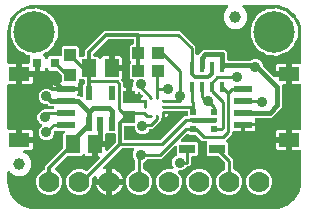
<source format=gbr>
G04 EAGLE Gerber RS-274X export*
G75*
%MOMM*%
%FSLAX34Y34*%
%LPD*%
%INTop Copper*%
%IPPOS*%
%AMOC8*
5,1,8,0,0,1.08239X$1,22.5*%
G01*
%ADD10R,1.075000X1.000000*%
%ADD11R,1.350000X0.800000*%
%ADD12R,0.250000X0.275000*%
%ADD13R,0.275000X0.250000*%
%ADD14C,1.778000*%
%ADD15R,1.240000X1.500000*%
%ADD16R,0.550000X1.200000*%
%ADD17R,1.000000X1.075000*%
%ADD18R,0.450000X0.900000*%
%ADD19R,0.500000X0.500000*%
%ADD20R,0.500000X0.400000*%
%ADD21C,3.516000*%
%ADD22R,1.550000X0.600000*%
%ADD23R,1.800000X1.200000*%
%ADD24C,1.000000*%
%ADD25R,0.800000X0.800000*%
%ADD26C,0.406400*%
%ADD27C,0.906400*%
%ADD28C,0.254000*%
%ADD29C,0.889000*%
%ADD30C,0.304800*%

G36*
X228622Y2543D02*
X228622Y2543D01*
X228700Y2545D01*
X232077Y2810D01*
X232145Y2824D01*
X232214Y2829D01*
X232370Y2869D01*
X238794Y4956D01*
X238901Y5006D01*
X239012Y5050D01*
X239063Y5083D01*
X239082Y5091D01*
X239097Y5104D01*
X239148Y5136D01*
X244612Y9107D01*
X244699Y9188D01*
X244746Y9227D01*
X244752Y9231D01*
X244753Y9232D01*
X244791Y9264D01*
X244829Y9310D01*
X244844Y9324D01*
X244855Y9342D01*
X244893Y9388D01*
X248864Y14852D01*
X248921Y14956D01*
X248985Y15056D01*
X249007Y15113D01*
X249017Y15131D01*
X249022Y15151D01*
X249044Y15206D01*
X251131Y21630D01*
X251144Y21698D01*
X251167Y21764D01*
X251190Y21923D01*
X251455Y25300D01*
X251455Y25304D01*
X251456Y25307D01*
X251455Y25326D01*
X251459Y25400D01*
X251459Y51090D01*
X251444Y51208D01*
X251437Y51327D01*
X251424Y51365D01*
X251419Y51406D01*
X251376Y51516D01*
X251339Y51629D01*
X251317Y51664D01*
X251302Y51701D01*
X251233Y51797D01*
X251169Y51898D01*
X251139Y51926D01*
X251116Y51959D01*
X251024Y52035D01*
X250937Y52116D01*
X250902Y52136D01*
X250871Y52161D01*
X250763Y52212D01*
X250659Y52270D01*
X250619Y52280D01*
X250583Y52297D01*
X250466Y52319D01*
X250351Y52349D01*
X250291Y52353D01*
X250271Y52357D01*
X250250Y52355D01*
X250190Y52359D01*
X243729Y52359D01*
X243729Y59630D01*
X243714Y59748D01*
X243707Y59867D01*
X243694Y59905D01*
X243689Y59945D01*
X243645Y60056D01*
X243609Y60169D01*
X243587Y60204D01*
X243572Y60241D01*
X243502Y60337D01*
X243439Y60438D01*
X243409Y60466D01*
X243385Y60498D01*
X243294Y60574D01*
X243207Y60656D01*
X243172Y60675D01*
X243140Y60701D01*
X243033Y60752D01*
X242929Y60809D01*
X242889Y60820D01*
X242853Y60837D01*
X242736Y60859D01*
X242621Y60889D01*
X242560Y60893D01*
X242540Y60897D01*
X242520Y60895D01*
X242460Y60899D01*
X241189Y60899D01*
X241189Y60901D01*
X242460Y60901D01*
X242578Y60916D01*
X242697Y60923D01*
X242735Y60936D01*
X242775Y60941D01*
X242886Y60985D01*
X242999Y61021D01*
X243034Y61043D01*
X243071Y61058D01*
X243167Y61128D01*
X243268Y61191D01*
X243296Y61221D01*
X243328Y61245D01*
X243404Y61336D01*
X243486Y61423D01*
X243505Y61458D01*
X243531Y61490D01*
X243582Y61597D01*
X243639Y61701D01*
X243650Y61741D01*
X243667Y61777D01*
X243689Y61894D01*
X243719Y62009D01*
X243723Y62070D01*
X243727Y62090D01*
X243725Y62109D01*
X243727Y62115D01*
X243726Y62122D01*
X243729Y62170D01*
X243729Y69441D01*
X250190Y69441D01*
X250308Y69456D01*
X250427Y69463D01*
X250465Y69476D01*
X250506Y69481D01*
X250616Y69524D01*
X250729Y69561D01*
X250764Y69583D01*
X250801Y69598D01*
X250898Y69668D01*
X250998Y69731D01*
X251026Y69761D01*
X251059Y69784D01*
X251135Y69876D01*
X251216Y69963D01*
X251236Y69998D01*
X251261Y70029D01*
X251312Y70137D01*
X251370Y70241D01*
X251380Y70280D01*
X251397Y70317D01*
X251419Y70434D01*
X251449Y70549D01*
X251453Y70609D01*
X251457Y70629D01*
X251455Y70650D01*
X251459Y70710D01*
X251459Y107090D01*
X251444Y107208D01*
X251437Y107327D01*
X251424Y107365D01*
X251419Y107406D01*
X251376Y107516D01*
X251339Y107629D01*
X251317Y107664D01*
X251302Y107701D01*
X251233Y107797D01*
X251169Y107898D01*
X251139Y107926D01*
X251116Y107959D01*
X251024Y108035D01*
X250937Y108116D01*
X250902Y108136D01*
X250871Y108161D01*
X250763Y108212D01*
X250659Y108270D01*
X250619Y108280D01*
X250583Y108297D01*
X250466Y108319D01*
X250351Y108349D01*
X250291Y108353D01*
X250271Y108357D01*
X250250Y108355D01*
X250190Y108359D01*
X243729Y108359D01*
X243729Y115630D01*
X243714Y115748D01*
X243707Y115867D01*
X243694Y115905D01*
X243689Y115945D01*
X243645Y116056D01*
X243609Y116169D01*
X243587Y116204D01*
X243572Y116241D01*
X243502Y116337D01*
X243439Y116438D01*
X243409Y116466D01*
X243385Y116498D01*
X243294Y116574D01*
X243207Y116656D01*
X243172Y116675D01*
X243140Y116701D01*
X243033Y116752D01*
X242929Y116809D01*
X242889Y116820D01*
X242853Y116837D01*
X242736Y116859D01*
X242621Y116889D01*
X242560Y116893D01*
X242540Y116897D01*
X242520Y116895D01*
X242460Y116899D01*
X241189Y116899D01*
X241189Y116901D01*
X242460Y116901D01*
X242578Y116916D01*
X242697Y116923D01*
X242735Y116936D01*
X242775Y116941D01*
X242886Y116985D01*
X242999Y117021D01*
X243034Y117043D01*
X243071Y117058D01*
X243167Y117128D01*
X243268Y117191D01*
X243296Y117221D01*
X243328Y117245D01*
X243404Y117336D01*
X243486Y117423D01*
X243505Y117458D01*
X243531Y117490D01*
X243582Y117597D01*
X243639Y117701D01*
X243650Y117741D01*
X243667Y117777D01*
X243689Y117894D01*
X243719Y118009D01*
X243723Y118070D01*
X243727Y118090D01*
X243725Y118110D01*
X243729Y118170D01*
X243729Y125441D01*
X250190Y125441D01*
X250308Y125456D01*
X250427Y125463D01*
X250465Y125476D01*
X250506Y125481D01*
X250616Y125524D01*
X250729Y125561D01*
X250764Y125583D01*
X250801Y125598D01*
X250898Y125668D01*
X250998Y125731D01*
X251026Y125761D01*
X251059Y125784D01*
X251135Y125876D01*
X251216Y125963D01*
X251236Y125998D01*
X251261Y126029D01*
X251312Y126137D01*
X251370Y126241D01*
X251380Y126280D01*
X251397Y126317D01*
X251419Y126434D01*
X251449Y126549D01*
X251453Y126609D01*
X251457Y126629D01*
X251455Y126650D01*
X251459Y126710D01*
X251459Y152400D01*
X251457Y152422D01*
X251455Y152500D01*
X251190Y155877D01*
X251176Y155945D01*
X251171Y156014D01*
X251131Y156170D01*
X249044Y162594D01*
X248993Y162701D01*
X248950Y162812D01*
X248917Y162863D01*
X248909Y162882D01*
X248896Y162897D01*
X248864Y162948D01*
X247171Y165278D01*
X247153Y165297D01*
X247139Y165320D01*
X247044Y165413D01*
X246953Y165509D01*
X246931Y165524D01*
X246912Y165542D01*
X246798Y165608D01*
X246792Y165624D01*
X246789Y165651D01*
X246740Y165775D01*
X246697Y165900D01*
X246682Y165922D01*
X246672Y165947D01*
X246586Y166083D01*
X244893Y168413D01*
X244812Y168499D01*
X244736Y168591D01*
X244690Y168629D01*
X244676Y168644D01*
X244658Y168655D01*
X244612Y168693D01*
X239148Y172664D01*
X239044Y172721D01*
X238944Y172785D01*
X238887Y172807D01*
X238869Y172817D01*
X238849Y172822D01*
X238794Y172844D01*
X232370Y174931D01*
X232302Y174944D01*
X232236Y174967D01*
X232077Y174990D01*
X228700Y175255D01*
X228678Y175254D01*
X228600Y175259D01*
X202722Y175259D01*
X202578Y175241D01*
X202432Y175226D01*
X202420Y175221D01*
X202406Y175219D01*
X202271Y175166D01*
X202134Y175115D01*
X202123Y175107D01*
X202111Y175102D01*
X201993Y175017D01*
X201873Y174934D01*
X201864Y174923D01*
X201853Y174916D01*
X201761Y174804D01*
X201665Y174693D01*
X201659Y174681D01*
X201651Y174671D01*
X201589Y174539D01*
X201524Y174408D01*
X201521Y174395D01*
X201515Y174383D01*
X201488Y174240D01*
X201457Y174097D01*
X201458Y174084D01*
X201455Y174071D01*
X201464Y173926D01*
X201470Y173780D01*
X201474Y173766D01*
X201475Y173753D01*
X201520Y173615D01*
X201562Y173475D01*
X201569Y173463D01*
X201573Y173451D01*
X201651Y173328D01*
X201726Y173203D01*
X201736Y173193D01*
X201743Y173182D01*
X201849Y173082D01*
X201953Y172980D01*
X201969Y172970D01*
X201975Y172964D01*
X201990Y172956D01*
X202087Y172891D01*
X202901Y172421D01*
X205581Y167780D01*
X205581Y162420D01*
X202901Y157779D01*
X198260Y155099D01*
X192900Y155099D01*
X188259Y157779D01*
X185579Y162420D01*
X185579Y167780D01*
X188259Y172421D01*
X189073Y172891D01*
X189189Y172979D01*
X189307Y173064D01*
X189315Y173075D01*
X189326Y173083D01*
X189416Y173197D01*
X189509Y173309D01*
X189515Y173322D01*
X189524Y173332D01*
X189583Y173466D01*
X189645Y173597D01*
X189647Y173610D01*
X189653Y173623D01*
X189678Y173767D01*
X189705Y173910D01*
X189704Y173923D01*
X189706Y173936D01*
X189694Y174082D01*
X189685Y174227D01*
X189681Y174240D01*
X189680Y174253D01*
X189632Y174391D01*
X189587Y174529D01*
X189580Y174541D01*
X189575Y174554D01*
X189495Y174675D01*
X189417Y174798D01*
X189407Y174807D01*
X189399Y174819D01*
X189291Y174916D01*
X189185Y175016D01*
X189173Y175023D01*
X189163Y175032D01*
X189034Y175099D01*
X188907Y175170D01*
X188894Y175173D01*
X188882Y175179D01*
X188739Y175213D01*
X188599Y175249D01*
X188580Y175250D01*
X188572Y175252D01*
X188555Y175252D01*
X188438Y175259D01*
X25400Y175259D01*
X25378Y175257D01*
X25300Y175255D01*
X21923Y174990D01*
X21855Y174976D01*
X21786Y174971D01*
X21630Y174931D01*
X18892Y174041D01*
X18867Y174030D01*
X18841Y174024D01*
X18724Y173963D01*
X18604Y173906D01*
X18583Y173889D01*
X18560Y173877D01*
X18462Y173789D01*
X18445Y173788D01*
X18418Y173793D01*
X18286Y173785D01*
X18153Y173783D01*
X18128Y173775D01*
X18101Y173774D01*
X17945Y173734D01*
X15206Y172844D01*
X15099Y172794D01*
X14988Y172750D01*
X14937Y172717D01*
X14918Y172709D01*
X14903Y172696D01*
X14852Y172664D01*
X9388Y168693D01*
X9301Y168612D01*
X9209Y168536D01*
X9171Y168490D01*
X9156Y168476D01*
X9145Y168458D01*
X9107Y168412D01*
X5136Y162948D01*
X5079Y162844D01*
X5015Y162744D01*
X4993Y162687D01*
X4983Y162669D01*
X4978Y162649D01*
X4956Y162594D01*
X2869Y156170D01*
X2856Y156102D01*
X2833Y156036D01*
X2810Y155877D01*
X2545Y152500D01*
X2546Y152478D01*
X2541Y152400D01*
X2541Y126710D01*
X2556Y126592D01*
X2563Y126473D01*
X2576Y126435D01*
X2581Y126394D01*
X2624Y126284D01*
X2661Y126171D01*
X2683Y126136D01*
X2698Y126099D01*
X2768Y126002D01*
X2831Y125902D01*
X2861Y125874D01*
X2884Y125841D01*
X2976Y125765D01*
X3063Y125684D01*
X3098Y125664D01*
X3129Y125639D01*
X3237Y125588D01*
X3341Y125530D01*
X3381Y125520D01*
X3417Y125503D01*
X3534Y125481D01*
X3649Y125451D01*
X3709Y125447D01*
X3729Y125443D01*
X3750Y125445D01*
X3810Y125441D01*
X10271Y125441D01*
X10271Y118170D01*
X10286Y118052D01*
X10293Y117933D01*
X10306Y117895D01*
X10311Y117855D01*
X10354Y117744D01*
X10391Y117631D01*
X10413Y117596D01*
X10428Y117559D01*
X10498Y117463D01*
X10561Y117362D01*
X10591Y117334D01*
X10615Y117302D01*
X10706Y117226D01*
X10793Y117144D01*
X10828Y117125D01*
X10859Y117099D01*
X10967Y117048D01*
X11071Y116991D01*
X11111Y116980D01*
X11147Y116963D01*
X11264Y116941D01*
X11379Y116911D01*
X11440Y116907D01*
X11460Y116903D01*
X11480Y116905D01*
X11540Y116901D01*
X12811Y116901D01*
X12811Y116899D01*
X11540Y116899D01*
X11422Y116884D01*
X11303Y116877D01*
X11265Y116864D01*
X11225Y116859D01*
X11114Y116815D01*
X11001Y116779D01*
X10966Y116757D01*
X10929Y116742D01*
X10833Y116672D01*
X10732Y116609D01*
X10704Y116579D01*
X10671Y116555D01*
X10596Y116464D01*
X10514Y116377D01*
X10494Y116342D01*
X10469Y116310D01*
X10418Y116203D01*
X10360Y116099D01*
X10350Y116059D01*
X10333Y116023D01*
X10311Y115906D01*
X10281Y115791D01*
X10277Y115730D01*
X10273Y115710D01*
X10275Y115690D01*
X10271Y115630D01*
X10271Y108359D01*
X3810Y108359D01*
X3692Y108344D01*
X3573Y108337D01*
X3535Y108324D01*
X3494Y108319D01*
X3384Y108276D01*
X3271Y108239D01*
X3236Y108217D01*
X3199Y108202D01*
X3103Y108133D01*
X3002Y108069D01*
X2974Y108039D01*
X2941Y108016D01*
X2865Y107924D01*
X2784Y107837D01*
X2764Y107802D01*
X2739Y107771D01*
X2688Y107663D01*
X2630Y107559D01*
X2620Y107519D01*
X2603Y107483D01*
X2581Y107366D01*
X2551Y107251D01*
X2547Y107191D01*
X2543Y107171D01*
X2545Y107150D01*
X2541Y107090D01*
X2541Y70710D01*
X2556Y70592D01*
X2563Y70473D01*
X2576Y70435D01*
X2581Y70394D01*
X2624Y70284D01*
X2661Y70171D01*
X2683Y70136D01*
X2698Y70099D01*
X2768Y70002D01*
X2831Y69902D01*
X2861Y69874D01*
X2884Y69841D01*
X2976Y69765D01*
X3063Y69684D01*
X3098Y69664D01*
X3129Y69639D01*
X3237Y69588D01*
X3341Y69530D01*
X3381Y69520D01*
X3417Y69503D01*
X3534Y69481D01*
X3649Y69451D01*
X3709Y69447D01*
X3729Y69443D01*
X3750Y69445D01*
X3810Y69441D01*
X10271Y69441D01*
X10271Y62170D01*
X10286Y62052D01*
X10293Y61933D01*
X10306Y61895D01*
X10311Y61855D01*
X10354Y61744D01*
X10391Y61631D01*
X10413Y61596D01*
X10428Y61559D01*
X10498Y61463D01*
X10561Y61362D01*
X10591Y61334D01*
X10615Y61302D01*
X10706Y61226D01*
X10793Y61144D01*
X10828Y61125D01*
X10859Y61099D01*
X10967Y61048D01*
X11071Y60991D01*
X11111Y60980D01*
X11147Y60963D01*
X11264Y60941D01*
X11379Y60911D01*
X11440Y60907D01*
X11460Y60903D01*
X11480Y60905D01*
X11540Y60901D01*
X12811Y60901D01*
X12811Y59630D01*
X12826Y59512D01*
X12833Y59393D01*
X12846Y59355D01*
X12851Y59315D01*
X12895Y59204D01*
X12931Y59091D01*
X12953Y59056D01*
X12968Y59019D01*
X13038Y58923D01*
X13101Y58822D01*
X13131Y58794D01*
X13155Y58761D01*
X13246Y58686D01*
X13333Y58604D01*
X13368Y58584D01*
X13400Y58559D01*
X13507Y58508D01*
X13611Y58450D01*
X13651Y58440D01*
X13687Y58423D01*
X13804Y58401D01*
X13919Y58371D01*
X13980Y58367D01*
X14000Y58363D01*
X14020Y58365D01*
X14080Y58361D01*
X24351Y58361D01*
X24351Y54566D01*
X24178Y53919D01*
X23843Y53340D01*
X23370Y52867D01*
X22791Y52532D01*
X22144Y52359D01*
X17140Y52359D01*
X16996Y52341D01*
X16851Y52326D01*
X16838Y52321D01*
X16824Y52319D01*
X16689Y52266D01*
X16552Y52215D01*
X16541Y52207D01*
X16529Y52202D01*
X16411Y52117D01*
X16291Y52034D01*
X16282Y52023D01*
X16271Y52016D01*
X16179Y51904D01*
X16083Y51793D01*
X16077Y51781D01*
X16069Y51771D01*
X16007Y51639D01*
X15942Y51508D01*
X15939Y51495D01*
X15933Y51483D01*
X15906Y51341D01*
X15875Y51197D01*
X15876Y51184D01*
X15873Y51171D01*
X15882Y51025D01*
X15888Y50880D01*
X15892Y50867D01*
X15893Y50853D01*
X15938Y50715D01*
X15980Y50575D01*
X15987Y50563D01*
X15991Y50551D01*
X16069Y50428D01*
X16144Y50303D01*
X16154Y50293D01*
X16161Y50282D01*
X16267Y50182D01*
X16371Y50080D01*
X16387Y50070D01*
X16393Y50064D01*
X16408Y50056D01*
X16505Y49991D01*
X20021Y47961D01*
X22701Y43320D01*
X22701Y37960D01*
X20021Y33319D01*
X15380Y30639D01*
X10020Y30639D01*
X5379Y33319D01*
X4909Y34133D01*
X4821Y34249D01*
X4736Y34367D01*
X4725Y34375D01*
X4717Y34386D01*
X4603Y34476D01*
X4491Y34569D01*
X4478Y34575D01*
X4468Y34584D01*
X4334Y34643D01*
X4203Y34705D01*
X4190Y34707D01*
X4177Y34713D01*
X4033Y34738D01*
X3890Y34765D01*
X3877Y34764D01*
X3864Y34766D01*
X3718Y34754D01*
X3573Y34745D01*
X3560Y34741D01*
X3547Y34740D01*
X3409Y34692D01*
X3271Y34647D01*
X3259Y34640D01*
X3246Y34635D01*
X3125Y34555D01*
X3002Y34477D01*
X2993Y34467D01*
X2981Y34459D01*
X2884Y34351D01*
X2784Y34245D01*
X2777Y34233D01*
X2768Y34223D01*
X2701Y34094D01*
X2630Y33967D01*
X2627Y33954D01*
X2621Y33942D01*
X2587Y33799D01*
X2551Y33659D01*
X2550Y33640D01*
X2548Y33632D01*
X2548Y33615D01*
X2541Y33498D01*
X2541Y25400D01*
X2543Y25378D01*
X2545Y25300D01*
X2810Y21923D01*
X2824Y21855D01*
X2829Y21786D01*
X2869Y21630D01*
X4956Y15206D01*
X5006Y15099D01*
X5050Y14988D01*
X5083Y14937D01*
X5091Y14918D01*
X5104Y14903D01*
X5136Y14852D01*
X9107Y9388D01*
X9127Y9366D01*
X9138Y9348D01*
X9184Y9305D01*
X9188Y9301D01*
X9264Y9209D01*
X9310Y9171D01*
X9324Y9156D01*
X9342Y9145D01*
X9388Y9107D01*
X14852Y5136D01*
X14956Y5079D01*
X15056Y5015D01*
X15113Y4993D01*
X15131Y4983D01*
X15151Y4978D01*
X15206Y4956D01*
X21630Y2869D01*
X21698Y2856D01*
X21764Y2833D01*
X21923Y2810D01*
X25300Y2545D01*
X25322Y2546D01*
X25400Y2541D01*
X228600Y2541D01*
X228622Y2543D01*
G37*
%LPC*%
G36*
X35927Y14477D02*
X35927Y14477D01*
X31913Y16140D01*
X28840Y19213D01*
X27177Y23227D01*
X27177Y27573D01*
X28840Y31587D01*
X31913Y34660D01*
X33760Y35425D01*
X33785Y35440D01*
X33813Y35449D01*
X33923Y35518D01*
X34036Y35582D01*
X34057Y35603D01*
X34082Y35619D01*
X34171Y35713D01*
X34264Y35804D01*
X34280Y35829D01*
X34300Y35850D01*
X34363Y35964D01*
X34431Y36075D01*
X34439Y36103D01*
X34454Y36129D01*
X34486Y36255D01*
X34524Y36379D01*
X34526Y36408D01*
X34533Y36437D01*
X34543Y36598D01*
X34543Y38913D01*
X49206Y53575D01*
X49266Y53654D01*
X49334Y53726D01*
X49363Y53779D01*
X49400Y53827D01*
X49440Y53918D01*
X49488Y54004D01*
X49503Y54063D01*
X49527Y54119D01*
X49542Y54217D01*
X49567Y54312D01*
X49573Y54412D01*
X49577Y54433D01*
X49575Y54445D01*
X49577Y54473D01*
X49577Y65492D01*
X50786Y66701D01*
X50871Y66810D01*
X50960Y66917D01*
X50968Y66936D01*
X50981Y66952D01*
X51036Y67080D01*
X51095Y67205D01*
X51099Y67225D01*
X51107Y67244D01*
X51129Y67382D01*
X51155Y67518D01*
X51154Y67538D01*
X51157Y67558D01*
X51144Y67697D01*
X51135Y67835D01*
X51129Y67854D01*
X51127Y67874D01*
X51080Y68006D01*
X51037Y68137D01*
X51026Y68155D01*
X51020Y68174D01*
X50941Y68289D01*
X50867Y68406D01*
X50852Y68420D01*
X50841Y68437D01*
X50737Y68529D01*
X50635Y68624D01*
X50618Y68634D01*
X50603Y68647D01*
X50478Y68711D01*
X50357Y68778D01*
X50337Y68783D01*
X50319Y68792D01*
X50183Y68822D01*
X50049Y68857D01*
X50021Y68859D01*
X50009Y68862D01*
X49989Y68861D01*
X49888Y68867D01*
X43394Y68867D01*
X43276Y68852D01*
X43157Y68845D01*
X43119Y68832D01*
X43078Y68827D01*
X42968Y68784D01*
X42855Y68747D01*
X42820Y68725D01*
X42783Y68710D01*
X42687Y68641D01*
X42586Y68577D01*
X42558Y68547D01*
X42525Y68524D01*
X42449Y68432D01*
X42368Y68345D01*
X42348Y68310D01*
X42323Y68279D01*
X42272Y68171D01*
X42214Y68067D01*
X42204Y68027D01*
X42187Y67991D01*
X42165Y67874D01*
X42135Y67759D01*
X42131Y67699D01*
X42127Y67679D01*
X42129Y67658D01*
X42125Y67598D01*
X42125Y66004D01*
X41125Y63591D01*
X39279Y61745D01*
X36866Y60745D01*
X34254Y60745D01*
X31841Y61745D01*
X29995Y63591D01*
X28995Y66004D01*
X28995Y68616D01*
X29995Y71029D01*
X31462Y72496D01*
X31492Y72535D01*
X31529Y72569D01*
X31590Y72660D01*
X31657Y72747D01*
X31677Y72793D01*
X31704Y72834D01*
X31740Y72938D01*
X31783Y73039D01*
X31791Y73088D01*
X31807Y73135D01*
X31816Y73244D01*
X31833Y73353D01*
X31828Y73403D01*
X31832Y73452D01*
X31814Y73560D01*
X31803Y73670D01*
X31786Y73717D01*
X31778Y73766D01*
X31733Y73865D01*
X31696Y73969D01*
X31668Y74010D01*
X31647Y74055D01*
X31579Y74141D01*
X31517Y74232D01*
X31480Y74265D01*
X31449Y74304D01*
X31361Y74370D01*
X31279Y74443D01*
X31234Y74465D01*
X31195Y74495D01*
X31050Y74566D01*
X30797Y74671D01*
X28951Y76517D01*
X27951Y78930D01*
X27951Y81542D01*
X28951Y83955D01*
X30797Y85801D01*
X32185Y86376D01*
X32193Y86381D01*
X32202Y86383D01*
X32331Y86459D01*
X32461Y86533D01*
X32468Y86540D01*
X32476Y86545D01*
X32596Y86651D01*
X33148Y87203D01*
X40962Y87203D01*
X41060Y87215D01*
X41159Y87218D01*
X41218Y87235D01*
X41278Y87243D01*
X41370Y87279D01*
X41465Y87306D01*
X41517Y87337D01*
X41573Y87360D01*
X41653Y87418D01*
X41739Y87468D01*
X41814Y87534D01*
X41831Y87546D01*
X41839Y87556D01*
X41860Y87574D01*
X41954Y87668D01*
X42039Y87778D01*
X42128Y87885D01*
X42136Y87904D01*
X42149Y87920D01*
X42204Y88047D01*
X42263Y88173D01*
X42267Y88193D01*
X42275Y88211D01*
X42297Y88349D01*
X42323Y88486D01*
X42322Y88506D01*
X42325Y88526D01*
X42312Y88663D01*
X42303Y88803D01*
X42297Y88822D01*
X42295Y88842D01*
X42248Y88973D01*
X42205Y89105D01*
X42194Y89122D01*
X42188Y89141D01*
X42110Y89256D01*
X42035Y89374D01*
X42020Y89388D01*
X42009Y89405D01*
X41905Y89497D01*
X41803Y89592D01*
X41786Y89602D01*
X41771Y89615D01*
X41647Y89678D01*
X41525Y89746D01*
X41505Y89751D01*
X41487Y89760D01*
X41352Y89790D01*
X41217Y89825D01*
X41189Y89827D01*
X41177Y89829D01*
X41157Y89829D01*
X41056Y89835D01*
X37766Y89835D01*
X36748Y90854D01*
X36670Y90914D01*
X36598Y90982D01*
X36545Y91011D01*
X36497Y91048D01*
X36406Y91088D01*
X36319Y91136D01*
X36261Y91151D01*
X36205Y91175D01*
X36107Y91190D01*
X36011Y91215D01*
X35911Y91221D01*
X35891Y91225D01*
X35879Y91223D01*
X35851Y91225D01*
X34254Y91225D01*
X31841Y92225D01*
X29995Y94071D01*
X28995Y96484D01*
X28995Y99096D01*
X29995Y101509D01*
X31841Y103355D01*
X34254Y104355D01*
X36866Y104355D01*
X39279Y103355D01*
X39352Y103281D01*
X39371Y103267D01*
X39401Y103232D01*
X39862Y102772D01*
X39940Y102712D01*
X40012Y102644D01*
X40065Y102615D01*
X40113Y102578D01*
X40204Y102538D01*
X40290Y102490D01*
X40349Y102475D01*
X40405Y102451D01*
X40502Y102436D01*
X40598Y102411D01*
X40698Y102405D01*
X40719Y102401D01*
X40731Y102402D01*
X40759Y102401D01*
X51580Y102401D01*
X51698Y102416D01*
X51817Y102423D01*
X51824Y102425D01*
X51880Y102411D01*
X51940Y102407D01*
X51960Y102403D01*
X51980Y102405D01*
X52040Y102401D01*
X62101Y102401D01*
X62101Y100566D01*
X61928Y99919D01*
X61898Y99869D01*
X61847Y99747D01*
X61791Y99627D01*
X61786Y99600D01*
X61775Y99576D01*
X61756Y99444D01*
X61731Y99314D01*
X61732Y99288D01*
X61729Y99261D01*
X61742Y99129D01*
X61751Y98997D01*
X61759Y98972D01*
X61762Y98945D01*
X61808Y98820D01*
X61849Y98695D01*
X61863Y98672D01*
X61872Y98647D01*
X61948Y98538D01*
X62019Y98426D01*
X62038Y98407D01*
X62054Y98385D01*
X62154Y98299D01*
X62250Y98208D01*
X62274Y98195D01*
X62294Y98177D01*
X62413Y98118D01*
X62529Y98054D01*
X62555Y98048D01*
X62579Y98036D01*
X62709Y98008D01*
X62837Y97975D01*
X62875Y97973D01*
X62890Y97969D01*
X62912Y97970D01*
X62997Y97965D01*
X64044Y97965D01*
X64831Y97178D01*
X64940Y97093D01*
X65047Y97004D01*
X65066Y96995D01*
X65082Y96983D01*
X65209Y96928D01*
X65335Y96868D01*
X65355Y96865D01*
X65374Y96857D01*
X65512Y96835D01*
X65648Y96809D01*
X65668Y96810D01*
X65688Y96807D01*
X65827Y96820D01*
X65965Y96828D01*
X65984Y96835D01*
X66004Y96837D01*
X66136Y96884D01*
X66267Y96926D01*
X66285Y96937D01*
X66304Y96944D01*
X66419Y97022D01*
X66536Y97097D01*
X66550Y97111D01*
X66567Y97123D01*
X66659Y97227D01*
X66754Y97328D01*
X66764Y97346D01*
X66777Y97361D01*
X66840Y97485D01*
X66908Y97607D01*
X66913Y97626D01*
X66922Y97644D01*
X66952Y97780D01*
X66987Y97915D01*
X66989Y97943D01*
X66992Y97955D01*
X66991Y97975D01*
X66997Y98075D01*
X66997Y107473D01*
X67851Y108327D01*
X67912Y108405D01*
X67980Y108478D01*
X68009Y108531D01*
X68046Y108578D01*
X68086Y108669D01*
X68134Y108756D01*
X68149Y108815D01*
X68173Y108870D01*
X68188Y108968D01*
X68213Y109064D01*
X68219Y109164D01*
X68223Y109184D01*
X68221Y109197D01*
X68223Y109225D01*
X68223Y111118D01*
X68208Y111236D01*
X68201Y111355D01*
X68188Y111393D01*
X68183Y111434D01*
X68140Y111544D01*
X68103Y111657D01*
X68081Y111692D01*
X68066Y111729D01*
X67997Y111825D01*
X67933Y111926D01*
X67903Y111954D01*
X67880Y111987D01*
X67788Y112063D01*
X67701Y112144D01*
X67666Y112164D01*
X67635Y112189D01*
X67527Y112240D01*
X67423Y112298D01*
X67383Y112308D01*
X67347Y112325D01*
X67230Y112347D01*
X67115Y112377D01*
X67055Y112381D01*
X67035Y112385D01*
X67014Y112383D01*
X66954Y112387D01*
X64409Y112387D01*
X64399Y112389D01*
X64262Y112415D01*
X64243Y112414D01*
X64223Y112417D01*
X64084Y112404D01*
X63945Y112395D01*
X63926Y112389D01*
X63906Y112387D01*
X63775Y112340D01*
X63643Y112297D01*
X63626Y112287D01*
X63607Y112280D01*
X63492Y112202D01*
X63374Y112127D01*
X63360Y112113D01*
X63344Y112101D01*
X63252Y111997D01*
X63156Y111895D01*
X63146Y111878D01*
X63133Y111863D01*
X63070Y111739D01*
X63002Y111617D01*
X62997Y111598D01*
X62988Y111580D01*
X62958Y111444D01*
X62923Y111309D01*
X62921Y111281D01*
X62919Y111270D01*
X62919Y111249D01*
X62913Y111148D01*
X62913Y109743D01*
X62260Y109091D01*
X62196Y109007D01*
X62124Y108929D01*
X62098Y108882D01*
X62065Y108839D01*
X62023Y108742D01*
X61973Y108649D01*
X61961Y108597D01*
X61939Y108548D01*
X61923Y108443D01*
X61897Y108340D01*
X61898Y108287D01*
X61889Y108233D01*
X61899Y108128D01*
X61900Y108022D01*
X61917Y107939D01*
X61919Y107917D01*
X61924Y107902D01*
X61932Y107865D01*
X62101Y107234D01*
X62101Y105399D01*
X52040Y105399D01*
X51922Y105384D01*
X51803Y105377D01*
X51796Y105375D01*
X51740Y105389D01*
X51680Y105393D01*
X51660Y105397D01*
X51640Y105395D01*
X51580Y105399D01*
X41519Y105399D01*
X41519Y107234D01*
X41692Y107881D01*
X42027Y108460D01*
X42500Y108933D01*
X43079Y109268D01*
X43726Y109441D01*
X47578Y109441D01*
X47696Y109456D01*
X47815Y109463D01*
X47853Y109476D01*
X47894Y109481D01*
X48004Y109524D01*
X48117Y109561D01*
X48152Y109583D01*
X48189Y109598D01*
X48285Y109667D01*
X48386Y109731D01*
X48414Y109761D01*
X48447Y109784D01*
X48523Y109876D01*
X48604Y109963D01*
X48624Y109998D01*
X48649Y110029D01*
X48700Y110137D01*
X48758Y110241D01*
X48768Y110281D01*
X48785Y110317D01*
X48807Y110434D01*
X48837Y110549D01*
X48841Y110609D01*
X48845Y110629D01*
X48843Y110650D01*
X48847Y110710D01*
X48847Y114746D01*
X48835Y114844D01*
X48832Y114943D01*
X48815Y115002D01*
X48807Y115062D01*
X48771Y115154D01*
X48743Y115249D01*
X48713Y115301D01*
X48690Y115357D01*
X48632Y115437D01*
X48582Y115523D01*
X48516Y115598D01*
X48504Y115615D01*
X48494Y115623D01*
X48476Y115644D01*
X44794Y119326D01*
X44715Y119386D01*
X44643Y119454D01*
X44590Y119483D01*
X44542Y119520D01*
X44451Y119560D01*
X44365Y119608D01*
X44306Y119623D01*
X44251Y119647D01*
X44153Y119662D01*
X44057Y119687D01*
X43957Y119693D01*
X43936Y119697D01*
X43924Y119695D01*
X43896Y119697D01*
X38218Y119697D01*
X37016Y120899D01*
X37008Y120962D01*
X36991Y121113D01*
X36988Y121119D01*
X36987Y121126D01*
X36931Y121268D01*
X36877Y121410D01*
X36873Y121416D01*
X36870Y121422D01*
X36781Y121545D01*
X36693Y121669D01*
X36688Y121674D01*
X36684Y121679D01*
X36565Y121777D01*
X36450Y121875D01*
X36444Y121878D01*
X36439Y121882D01*
X36302Y121946D01*
X36164Y122013D01*
X36157Y122015D01*
X36151Y122018D01*
X36003Y122046D01*
X35852Y122076D01*
X35845Y122076D01*
X35839Y122077D01*
X35687Y122068D01*
X35534Y122060D01*
X35528Y122058D01*
X35521Y122058D01*
X35376Y122011D01*
X35231Y121965D01*
X35225Y121962D01*
X35219Y121960D01*
X35090Y121878D01*
X34960Y121798D01*
X34956Y121793D01*
X34950Y121789D01*
X34845Y121678D01*
X34740Y121569D01*
X34737Y121563D01*
X34732Y121558D01*
X34658Y121424D01*
X34583Y121292D01*
X34581Y121283D01*
X34578Y121279D01*
X34576Y121269D01*
X34532Y121139D01*
X34428Y120749D01*
X34093Y120170D01*
X33620Y119697D01*
X33041Y119362D01*
X32394Y119189D01*
X30059Y119189D01*
X30059Y125000D01*
X30044Y125118D01*
X30037Y125237D01*
X30024Y125275D01*
X30019Y125315D01*
X29976Y125426D01*
X29939Y125539D01*
X29917Y125573D01*
X29902Y125611D01*
X29833Y125707D01*
X29769Y125808D01*
X29739Y125836D01*
X29716Y125868D01*
X29624Y125944D01*
X29537Y126026D01*
X29502Y126045D01*
X29471Y126071D01*
X29363Y126122D01*
X29259Y126179D01*
X29219Y126189D01*
X29183Y126207D01*
X29066Y126229D01*
X28951Y126259D01*
X28891Y126263D01*
X28871Y126266D01*
X28850Y126265D01*
X28790Y126269D01*
X27330Y126269D01*
X27212Y126254D01*
X27093Y126247D01*
X27055Y126234D01*
X27014Y126229D01*
X26904Y126185D01*
X26791Y126149D01*
X26756Y126127D01*
X26719Y126112D01*
X26622Y126042D01*
X26522Y125979D01*
X26494Y125949D01*
X26461Y125925D01*
X26385Y125834D01*
X26304Y125747D01*
X26284Y125712D01*
X26259Y125680D01*
X26208Y125573D01*
X26150Y125468D01*
X26140Y125429D01*
X26123Y125393D01*
X26101Y125276D01*
X26071Y125160D01*
X26067Y125100D01*
X26063Y125080D01*
X26065Y125060D01*
X26061Y125000D01*
X26061Y119189D01*
X23726Y119189D01*
X22954Y119396D01*
X22869Y119408D01*
X22786Y119429D01*
X22650Y119438D01*
X22639Y119439D01*
X22635Y119439D01*
X22626Y119439D01*
X15349Y119439D01*
X15349Y125441D01*
X20250Y125441D01*
X20368Y125456D01*
X20487Y125463D01*
X20525Y125475D01*
X20566Y125481D01*
X20676Y125524D01*
X20789Y125561D01*
X20824Y125583D01*
X20861Y125598D01*
X20957Y125667D01*
X21058Y125731D01*
X21086Y125761D01*
X21119Y125784D01*
X21195Y125876D01*
X21276Y125963D01*
X21296Y125998D01*
X21321Y126029D01*
X21372Y126137D01*
X21430Y126241D01*
X21440Y126281D01*
X21457Y126317D01*
X21479Y126434D01*
X21509Y126549D01*
X21513Y126609D01*
X21517Y126629D01*
X21515Y126650D01*
X21519Y126710D01*
X21519Y130064D01*
X21692Y130711D01*
X21899Y131068D01*
X21916Y131108D01*
X21939Y131144D01*
X21977Y131254D01*
X22022Y131362D01*
X22028Y131404D01*
X22042Y131445D01*
X22052Y131561D01*
X22069Y131676D01*
X22064Y131719D01*
X22068Y131762D01*
X22048Y131877D01*
X22036Y131992D01*
X22021Y132033D01*
X22013Y132075D01*
X21965Y132181D01*
X21925Y132291D01*
X21900Y132326D01*
X21883Y132365D01*
X21810Y132456D01*
X21743Y132552D01*
X21711Y132580D01*
X21684Y132613D01*
X21591Y132684D01*
X21503Y132760D01*
X21464Y132779D01*
X21430Y132805D01*
X21285Y132876D01*
X20951Y133014D01*
X20852Y133041D01*
X20757Y133077D01*
X20665Y133092D01*
X20644Y133098D01*
X20631Y133098D01*
X20598Y133104D01*
X19179Y133253D01*
X16215Y134964D01*
X16213Y134965D01*
X16210Y134967D01*
X16066Y135038D01*
X14290Y135773D01*
X13693Y136370D01*
X13626Y136422D01*
X13565Y136483D01*
X13451Y136558D01*
X13442Y136565D01*
X13438Y136567D01*
X13431Y136572D01*
X11929Y137439D01*
X10139Y139903D01*
X10126Y139917D01*
X10116Y139933D01*
X10009Y140054D01*
X8773Y141290D01*
X8357Y142296D01*
X8322Y142356D01*
X8297Y142420D01*
X8211Y142556D01*
X7008Y144211D01*
X6447Y146849D01*
X6436Y146883D01*
X6431Y146919D01*
X6379Y147071D01*
X5787Y148499D01*
X5787Y149822D01*
X5781Y149874D01*
X5783Y149926D01*
X5760Y150086D01*
X5268Y152400D01*
X5760Y154714D01*
X5764Y154767D01*
X5777Y154817D01*
X5787Y154978D01*
X5787Y156301D01*
X6379Y157729D01*
X6388Y157763D01*
X6404Y157795D01*
X6447Y157951D01*
X7008Y160589D01*
X8211Y162244D01*
X8244Y162305D01*
X8286Y162360D01*
X8357Y162504D01*
X8773Y163510D01*
X10009Y164746D01*
X10021Y164761D01*
X10036Y164773D01*
X10139Y164897D01*
X11929Y167361D01*
X13431Y168228D01*
X13499Y168280D01*
X13573Y168324D01*
X13675Y168414D01*
X13684Y168421D01*
X13687Y168424D01*
X13693Y168430D01*
X14290Y169027D01*
X16066Y169762D01*
X16068Y169764D01*
X16071Y169764D01*
X16215Y169836D01*
X18972Y171428D01*
X18993Y171444D01*
X19017Y171455D01*
X19119Y171540D01*
X19166Y171575D01*
X19203Y171568D01*
X19229Y171569D01*
X19256Y171565D01*
X19416Y171572D01*
X20598Y171696D01*
X20698Y171720D01*
X20799Y171734D01*
X20887Y171764D01*
X20908Y171769D01*
X20920Y171775D01*
X20951Y171786D01*
X21499Y172013D01*
X23543Y172013D01*
X23560Y172015D01*
X23676Y172020D01*
X27504Y172422D01*
X28573Y172075D01*
X28690Y172053D01*
X28805Y172023D01*
X28865Y172019D01*
X28885Y172015D01*
X28906Y172017D01*
X28965Y172013D01*
X29301Y172013D01*
X31209Y171222D01*
X31230Y171217D01*
X31303Y171188D01*
X35466Y169835D01*
X36078Y169285D01*
X36189Y169207D01*
X36297Y169126D01*
X36327Y169111D01*
X36339Y169103D01*
X36359Y169096D01*
X36441Y169055D01*
X36510Y169027D01*
X37805Y167732D01*
X37819Y167721D01*
X37853Y167686D01*
X41687Y164234D01*
X41900Y163756D01*
X41979Y163626D01*
X42250Y162971D01*
X42255Y162962D01*
X42263Y162941D01*
X45092Y156586D01*
X45092Y148214D01*
X42263Y141859D01*
X42260Y141849D01*
X42250Y141829D01*
X41994Y141211D01*
X41975Y141187D01*
X41970Y141179D01*
X41968Y141175D01*
X41963Y141164D01*
X41900Y141044D01*
X41687Y140566D01*
X37853Y137114D01*
X37841Y137100D01*
X37805Y137068D01*
X36510Y135773D01*
X36441Y135745D01*
X36324Y135678D01*
X36204Y135615D01*
X36177Y135594D01*
X36165Y135587D01*
X36150Y135572D01*
X36078Y135515D01*
X35466Y134965D01*
X33448Y134309D01*
X33352Y134264D01*
X33252Y134227D01*
X33208Y134196D01*
X33160Y134174D01*
X33078Y134106D01*
X32991Y134046D01*
X32956Y134005D01*
X32915Y133971D01*
X32852Y133885D01*
X32783Y133805D01*
X32759Y133757D01*
X32728Y133714D01*
X32689Y133615D01*
X32641Y133520D01*
X32630Y133468D01*
X32611Y133418D01*
X32597Y133313D01*
X32575Y133209D01*
X32577Y133156D01*
X32571Y133103D01*
X32584Y132998D01*
X32588Y132891D01*
X32604Y132840D01*
X32610Y132787D01*
X32649Y132689D01*
X32680Y132587D01*
X32707Y132541D01*
X32727Y132491D01*
X32789Y132405D01*
X32844Y132315D01*
X32882Y132277D01*
X32914Y132234D01*
X32995Y132166D01*
X33071Y132092D01*
X33142Y132045D01*
X33159Y132031D01*
X33173Y132024D01*
X33205Y132003D01*
X33620Y131763D01*
X34093Y131290D01*
X34428Y130711D01*
X34532Y130321D01*
X34590Y130180D01*
X34646Y130038D01*
X34650Y130033D01*
X34652Y130026D01*
X34744Y129903D01*
X34832Y129781D01*
X34838Y129776D01*
X34842Y129771D01*
X34960Y129676D01*
X35077Y129578D01*
X35084Y129575D01*
X35089Y129571D01*
X35228Y129507D01*
X35365Y129442D01*
X35372Y129441D01*
X35378Y129438D01*
X35529Y129411D01*
X35678Y129383D01*
X35684Y129383D01*
X35691Y129382D01*
X35843Y129393D01*
X35995Y129402D01*
X36001Y129405D01*
X36008Y129405D01*
X36154Y129454D01*
X36297Y129500D01*
X36303Y129504D01*
X36310Y129506D01*
X36438Y129589D01*
X36566Y129671D01*
X36571Y129676D01*
X36576Y129679D01*
X36679Y129790D01*
X36784Y129902D01*
X36787Y129908D01*
X36792Y129913D01*
X36864Y130047D01*
X36938Y130181D01*
X36939Y130187D01*
X36942Y130193D01*
X36979Y130342D01*
X37017Y130489D01*
X37018Y130498D01*
X37019Y130502D01*
X37019Y130513D01*
X37022Y130567D01*
X38218Y131763D01*
X47578Y131763D01*
X47696Y131778D01*
X47815Y131785D01*
X47853Y131798D01*
X47894Y131803D01*
X48004Y131846D01*
X48117Y131883D01*
X48152Y131905D01*
X48189Y131920D01*
X48285Y131989D01*
X48386Y132053D01*
X48414Y132083D01*
X48447Y132106D01*
X48523Y132198D01*
X48604Y132285D01*
X48624Y132320D01*
X48649Y132351D01*
X48700Y132459D01*
X48758Y132563D01*
X48768Y132603D01*
X48785Y132639D01*
X48807Y132756D01*
X48837Y132871D01*
X48841Y132931D01*
X48845Y132951D01*
X48843Y132972D01*
X48847Y133032D01*
X48847Y139177D01*
X50038Y140368D01*
X61722Y140368D01*
X62913Y139177D01*
X62913Y132692D01*
X62930Y132553D01*
X62943Y132415D01*
X62950Y132396D01*
X62953Y132376D01*
X63004Y132247D01*
X63051Y132115D01*
X63062Y132099D01*
X63070Y132080D01*
X63151Y131968D01*
X63230Y131852D01*
X63245Y131839D01*
X63256Y131823D01*
X63364Y131734D01*
X63468Y131642D01*
X63486Y131633D01*
X63501Y131620D01*
X63627Y131561D01*
X63752Y131498D01*
X63771Y131493D01*
X63789Y131485D01*
X63926Y131459D01*
X64062Y131428D01*
X64082Y131429D01*
X64101Y131425D01*
X64241Y131434D01*
X64380Y131438D01*
X64399Y131443D01*
X64419Y131445D01*
X64444Y131453D01*
X66954Y131453D01*
X67072Y131468D01*
X67191Y131475D01*
X67229Y131488D01*
X67270Y131493D01*
X67380Y131536D01*
X67493Y131573D01*
X67528Y131595D01*
X67565Y131610D01*
X67661Y131679D01*
X67762Y131743D01*
X67790Y131773D01*
X67823Y131796D01*
X67899Y131888D01*
X67980Y131975D01*
X68000Y132010D01*
X68025Y132041D01*
X68076Y132149D01*
X68134Y132253D01*
X68144Y132293D01*
X68161Y132329D01*
X68183Y132446D01*
X68213Y132561D01*
X68217Y132621D01*
X68221Y132641D01*
X68219Y132662D01*
X68223Y132722D01*
X68223Y136753D01*
X84887Y153417D01*
X114914Y153417D01*
X114926Y153406D01*
X114979Y153377D01*
X115027Y153340D01*
X115117Y153300D01*
X115204Y153252D01*
X115263Y153237D01*
X115319Y153213D01*
X115416Y153198D01*
X115512Y153173D01*
X115613Y153167D01*
X115633Y153163D01*
X115645Y153165D01*
X115673Y153163D01*
X148688Y153163D01*
X161753Y140098D01*
X161753Y133735D01*
X161770Y133598D01*
X161783Y133459D01*
X161790Y133440D01*
X161793Y133420D01*
X161844Y133291D01*
X161891Y133160D01*
X161902Y133143D01*
X161910Y133124D01*
X161991Y133012D01*
X162069Y132897D01*
X162085Y132883D01*
X162096Y132867D01*
X162204Y132778D01*
X162308Y132686D01*
X162326Y132677D01*
X162341Y132664D01*
X162467Y132605D01*
X162591Y132542D01*
X162611Y132537D01*
X162629Y132528D01*
X162765Y132502D01*
X162901Y132472D01*
X162922Y132472D01*
X162941Y132469D01*
X163080Y132477D01*
X163219Y132482D01*
X163239Y132487D01*
X163259Y132488D01*
X163391Y132531D01*
X163525Y132570D01*
X163542Y132580D01*
X163561Y132586D01*
X163679Y132661D01*
X163799Y132731D01*
X163820Y132750D01*
X163830Y132757D01*
X163844Y132772D01*
X163919Y132838D01*
X168496Y137415D01*
X185834Y137415D01*
X188215Y135034D01*
X188215Y129404D01*
X188230Y129286D01*
X188237Y129167D01*
X188250Y129129D01*
X188255Y129088D01*
X188298Y128978D01*
X188335Y128865D01*
X188357Y128830D01*
X188372Y128793D01*
X188441Y128697D01*
X188505Y128596D01*
X188535Y128568D01*
X188558Y128535D01*
X188650Y128459D01*
X188737Y128378D01*
X188772Y128358D01*
X188803Y128333D01*
X188911Y128282D01*
X189015Y128224D01*
X189055Y128214D01*
X189091Y128197D01*
X189208Y128175D01*
X189323Y128145D01*
X189383Y128141D01*
X189403Y128137D01*
X189424Y128139D01*
X189484Y128135D01*
X208005Y128135D01*
X208103Y128147D01*
X208202Y128150D01*
X208260Y128167D01*
X208321Y128175D01*
X208413Y128211D01*
X208508Y128239D01*
X208560Y128269D01*
X208616Y128292D01*
X208660Y128323D01*
X211174Y129365D01*
X213786Y129365D01*
X216199Y128365D01*
X218045Y126519D01*
X219045Y124106D01*
X219045Y123779D01*
X219057Y123681D01*
X219060Y123582D01*
X219077Y123524D01*
X219085Y123464D01*
X219121Y123372D01*
X219149Y123277D01*
X219179Y123225D01*
X219202Y123168D01*
X219260Y123088D01*
X219310Y123003D01*
X219376Y122927D01*
X219388Y122911D01*
X219398Y122903D01*
X219416Y122882D01*
X227566Y114733D01*
X227644Y114672D01*
X227716Y114604D01*
X227769Y114575D01*
X227817Y114538D01*
X227908Y114498D01*
X227995Y114450D01*
X228053Y114435D01*
X228109Y114411D01*
X228207Y114396D01*
X228303Y114371D01*
X228403Y114365D01*
X228423Y114361D01*
X228435Y114363D01*
X228463Y114361D01*
X238651Y114361D01*
X238651Y108359D01*
X236474Y108359D01*
X236356Y108344D01*
X236237Y108337D01*
X236199Y108324D01*
X236158Y108319D01*
X236048Y108276D01*
X235935Y108239D01*
X235900Y108217D01*
X235863Y108202D01*
X235767Y108133D01*
X235666Y108069D01*
X235638Y108039D01*
X235605Y108016D01*
X235529Y107924D01*
X235448Y107837D01*
X235428Y107802D01*
X235403Y107771D01*
X235352Y107663D01*
X235294Y107559D01*
X235284Y107519D01*
X235267Y107483D01*
X235245Y107366D01*
X235215Y107251D01*
X235211Y107191D01*
X235207Y107171D01*
X235209Y107150D01*
X235205Y107090D01*
X235205Y88486D01*
X226554Y79835D01*
X213377Y79835D01*
X213246Y79819D01*
X213114Y79808D01*
X213089Y79799D01*
X213062Y79795D01*
X212939Y79747D01*
X212814Y79703D01*
X212791Y79688D01*
X212766Y79678D01*
X212659Y79601D01*
X212549Y79527D01*
X212531Y79507D01*
X212509Y79492D01*
X212424Y79389D01*
X212336Y79291D01*
X212323Y79267D01*
X212306Y79247D01*
X212250Y79127D01*
X212188Y79009D01*
X212182Y78983D01*
X212171Y78959D01*
X212146Y78829D01*
X212115Y78700D01*
X212116Y78673D01*
X212111Y78647D01*
X212119Y78515D01*
X212122Y78382D01*
X212129Y78356D01*
X212131Y78329D01*
X212171Y78203D01*
X212207Y78076D01*
X212224Y78041D01*
X212229Y78027D01*
X212240Y78008D01*
X212278Y77931D01*
X212308Y77881D01*
X212481Y77234D01*
X212481Y75399D01*
X202420Y75399D01*
X202302Y75384D01*
X202183Y75377D01*
X202145Y75364D01*
X202105Y75359D01*
X201994Y75316D01*
X201881Y75279D01*
X201847Y75257D01*
X201809Y75242D01*
X201713Y75173D01*
X201612Y75109D01*
X201584Y75079D01*
X201552Y75056D01*
X201476Y74964D01*
X201394Y74877D01*
X201375Y74842D01*
X201349Y74811D01*
X201329Y74768D01*
X201252Y74712D01*
X201152Y74649D01*
X201124Y74619D01*
X201091Y74595D01*
X201015Y74504D01*
X200934Y74417D01*
X200914Y74382D01*
X200889Y74350D01*
X200838Y74243D01*
X200780Y74138D01*
X200770Y74099D01*
X200753Y74063D01*
X200731Y73946D01*
X200701Y73830D01*
X200697Y73770D01*
X200693Y73750D01*
X200695Y73730D01*
X200691Y73670D01*
X200691Y68359D01*
X194102Y68359D01*
X193984Y68344D01*
X193865Y68337D01*
X193827Y68324D01*
X193786Y68319D01*
X193676Y68276D01*
X193563Y68239D01*
X193528Y68217D01*
X193491Y68202D01*
X193395Y68133D01*
X193294Y68069D01*
X193266Y68039D01*
X193233Y68016D01*
X193157Y67924D01*
X193076Y67837D01*
X193056Y67802D01*
X193031Y67771D01*
X192980Y67663D01*
X192922Y67559D01*
X192912Y67519D01*
X192895Y67483D01*
X192873Y67366D01*
X192843Y67251D01*
X192839Y67191D01*
X192835Y67171D01*
X192837Y67150D01*
X192833Y67090D01*
X192833Y66242D01*
X187845Y61254D01*
X187772Y61160D01*
X187693Y61071D01*
X187675Y61035D01*
X187650Y61003D01*
X187603Y60894D01*
X187549Y60788D01*
X187540Y60749D01*
X187524Y60711D01*
X187505Y60593D01*
X187479Y60478D01*
X187480Y60437D01*
X187474Y60397D01*
X187485Y60279D01*
X187489Y60160D01*
X187500Y60121D01*
X187504Y60081D01*
X187544Y59969D01*
X187577Y59854D01*
X187598Y59819D01*
X187612Y59781D01*
X187678Y59683D01*
X187739Y59580D01*
X187779Y59535D01*
X187790Y59518D01*
X187805Y59505D01*
X187845Y59459D01*
X189123Y58182D01*
X189123Y49754D01*
X189135Y49656D01*
X189138Y49557D01*
X189155Y49498D01*
X189163Y49438D01*
X189199Y49346D01*
X189227Y49251D01*
X189257Y49199D01*
X189280Y49143D01*
X189338Y49063D01*
X189388Y48977D01*
X189454Y48902D01*
X189466Y48885D01*
X189476Y48877D01*
X189494Y48856D01*
X193803Y44548D01*
X193803Y36703D01*
X193806Y36673D01*
X193804Y36644D01*
X193826Y36516D01*
X193843Y36387D01*
X193853Y36360D01*
X193858Y36331D01*
X193912Y36212D01*
X193960Y36091D01*
X193977Y36068D01*
X193989Y36041D01*
X194070Y35939D01*
X194146Y35834D01*
X194169Y35815D01*
X194188Y35792D01*
X194291Y35714D01*
X194391Y35631D01*
X194418Y35619D01*
X194442Y35601D01*
X194586Y35530D01*
X196687Y34660D01*
X199760Y31587D01*
X201423Y27573D01*
X201423Y23227D01*
X199760Y19213D01*
X196687Y16140D01*
X192673Y14477D01*
X188327Y14477D01*
X184313Y16140D01*
X181240Y19213D01*
X179577Y23227D01*
X179577Y27573D01*
X181240Y31587D01*
X184313Y34660D01*
X186414Y35530D01*
X186439Y35545D01*
X186467Y35554D01*
X186577Y35623D01*
X186690Y35688D01*
X186711Y35708D01*
X186736Y35724D01*
X186825Y35819D01*
X186918Y35909D01*
X186934Y35934D01*
X186954Y35956D01*
X187017Y36069D01*
X187085Y36180D01*
X187093Y36208D01*
X187108Y36234D01*
X187140Y36360D01*
X187178Y36484D01*
X187180Y36513D01*
X187187Y36542D01*
X187197Y36703D01*
X187197Y41286D01*
X187185Y41384D01*
X187182Y41483D01*
X187165Y41542D01*
X187157Y41602D01*
X187121Y41694D01*
X187093Y41789D01*
X187063Y41841D01*
X187040Y41897D01*
X186982Y41977D01*
X186932Y42063D01*
X186866Y42138D01*
X186854Y42155D01*
X186844Y42163D01*
X186826Y42184D01*
X182074Y46936D01*
X181995Y46996D01*
X181923Y47064D01*
X181870Y47093D01*
X181822Y47130D01*
X181731Y47170D01*
X181645Y47218D01*
X181586Y47233D01*
X181531Y47257D01*
X181433Y47272D01*
X181337Y47297D01*
X181237Y47303D01*
X181216Y47307D01*
X181204Y47305D01*
X181176Y47307D01*
X172748Y47307D01*
X171557Y48498D01*
X171557Y58220D01*
X171580Y58247D01*
X171588Y58266D01*
X171601Y58282D01*
X171656Y58409D01*
X171715Y58535D01*
X171719Y58555D01*
X171727Y58574D01*
X171749Y58711D01*
X171775Y58848D01*
X171774Y58868D01*
X171777Y58888D01*
X171764Y59026D01*
X171755Y59165D01*
X171749Y59184D01*
X171747Y59204D01*
X171700Y59335D01*
X171657Y59467D01*
X171646Y59485D01*
X171640Y59504D01*
X171562Y59618D01*
X171487Y59736D01*
X171472Y59750D01*
X171461Y59767D01*
X171357Y59858D01*
X171255Y59954D01*
X171238Y59964D01*
X171223Y59977D01*
X171099Y60040D01*
X170977Y60108D01*
X170957Y60113D01*
X170939Y60122D01*
X170803Y60152D01*
X170669Y60187D01*
X170641Y60189D01*
X170629Y60192D01*
X170609Y60191D01*
X170508Y60197D01*
X167542Y60197D01*
X162674Y65066D01*
X162595Y65126D01*
X162523Y65194D01*
X162470Y65223D01*
X162422Y65260D01*
X162331Y65300D01*
X162245Y65348D01*
X162186Y65363D01*
X162131Y65387D01*
X162033Y65402D01*
X161937Y65427D01*
X161837Y65433D01*
X161816Y65437D01*
X161804Y65435D01*
X161776Y65437D01*
X156568Y65437D01*
X156031Y65975D01*
X155937Y66048D01*
X155847Y66127D01*
X155811Y66145D01*
X155779Y66170D01*
X155670Y66217D01*
X155564Y66271D01*
X155525Y66280D01*
X155487Y66296D01*
X155370Y66315D01*
X155254Y66341D01*
X155213Y66340D01*
X155173Y66346D01*
X155055Y66335D01*
X154936Y66331D01*
X154897Y66320D01*
X154857Y66316D01*
X154745Y66276D01*
X154630Y66243D01*
X154596Y66222D01*
X154557Y66208D01*
X154459Y66142D01*
X154356Y66081D01*
X154311Y66041D01*
X154294Y66030D01*
X154281Y66015D01*
X154236Y65975D01*
X149800Y61539D01*
X149715Y61430D01*
X149626Y61323D01*
X149618Y61304D01*
X149605Y61288D01*
X149550Y61160D01*
X149491Y61035D01*
X149487Y61015D01*
X149479Y60996D01*
X149457Y60858D01*
X149431Y60722D01*
X149432Y60702D01*
X149429Y60682D01*
X149442Y60542D01*
X149451Y60405D01*
X149457Y60386D01*
X149459Y60366D01*
X149506Y60234D01*
X149549Y60103D01*
X149560Y60085D01*
X149567Y60066D01*
X149645Y59951D01*
X149719Y59834D01*
X149734Y59820D01*
X149745Y59803D01*
X149849Y59711D01*
X149951Y59616D01*
X149968Y59606D01*
X149984Y59593D01*
X150108Y59529D01*
X150229Y59462D01*
X150249Y59457D01*
X150267Y59448D01*
X150403Y59418D01*
X150537Y59383D01*
X150565Y59381D01*
X150577Y59378D01*
X150598Y59379D01*
X150698Y59373D01*
X162532Y59373D01*
X163723Y58182D01*
X163723Y48498D01*
X162532Y47307D01*
X159512Y47307D01*
X159394Y47292D01*
X159275Y47285D01*
X159237Y47272D01*
X159196Y47267D01*
X159086Y47224D01*
X158973Y47187D01*
X158938Y47165D01*
X158901Y47150D01*
X158805Y47081D01*
X158704Y47017D01*
X158676Y46987D01*
X158643Y46964D01*
X158567Y46872D01*
X158486Y46785D01*
X158466Y46750D01*
X158441Y46719D01*
X158390Y46611D01*
X158332Y46507D01*
X158322Y46467D01*
X158305Y46431D01*
X158283Y46314D01*
X158253Y46199D01*
X158249Y46139D01*
X158245Y46119D01*
X158247Y46098D01*
X158243Y46038D01*
X158243Y40415D01*
X156308Y38480D01*
X154974Y38480D01*
X154876Y38468D01*
X154777Y38465D01*
X154718Y38448D01*
X154658Y38440D01*
X154566Y38404D01*
X154471Y38376D01*
X154419Y38346D01*
X154363Y38323D01*
X154283Y38265D01*
X154197Y38215D01*
X154122Y38149D01*
X154105Y38137D01*
X154098Y38127D01*
X154076Y38109D01*
X152259Y36291D01*
X149879Y35305D01*
X148306Y35305D01*
X148169Y35288D01*
X148030Y35275D01*
X148011Y35268D01*
X147990Y35265D01*
X147862Y35214D01*
X147730Y35167D01*
X147714Y35156D01*
X147695Y35148D01*
X147582Y35067D01*
X147467Y34989D01*
X147454Y34973D01*
X147437Y34962D01*
X147349Y34854D01*
X147257Y34750D01*
X147248Y34732D01*
X147235Y34717D01*
X147175Y34591D01*
X147112Y34467D01*
X147108Y34447D01*
X147099Y34429D01*
X147073Y34292D01*
X147043Y34157D01*
X147043Y34136D01*
X147039Y34117D01*
X147048Y33978D01*
X147052Y33839D01*
X147058Y33819D01*
X147059Y33799D01*
X147102Y33667D01*
X147141Y33533D01*
X147151Y33516D01*
X147157Y33497D01*
X147232Y33379D01*
X147302Y33259D01*
X147321Y33238D01*
X147327Y33228D01*
X147342Y33214D01*
X147409Y33139D01*
X148960Y31587D01*
X150623Y27573D01*
X150623Y23227D01*
X148960Y19213D01*
X145887Y16140D01*
X141873Y14477D01*
X137527Y14477D01*
X133513Y16140D01*
X130440Y19213D01*
X128777Y23227D01*
X128777Y27573D01*
X130440Y31587D01*
X133513Y34660D01*
X137527Y36323D01*
X141941Y36323D01*
X141990Y36329D01*
X142040Y36327D01*
X142147Y36349D01*
X142256Y36363D01*
X142302Y36381D01*
X142351Y36391D01*
X142450Y36439D01*
X142552Y36480D01*
X142592Y36509D01*
X142637Y36531D01*
X142720Y36602D01*
X142809Y36666D01*
X142841Y36705D01*
X142879Y36737D01*
X142942Y36827D01*
X143012Y36911D01*
X143033Y36956D01*
X143062Y36997D01*
X143101Y37100D01*
X143148Y37199D01*
X143157Y37248D01*
X143175Y37294D01*
X143187Y37404D01*
X143207Y37511D01*
X143204Y37561D01*
X143210Y37610D01*
X143194Y37719D01*
X143188Y37829D01*
X143172Y37876D01*
X143165Y37925D01*
X143113Y38078D01*
X142112Y40494D01*
X142112Y43072D01*
X143098Y45452D01*
X144921Y47275D01*
X145374Y47462D01*
X145399Y47477D01*
X145427Y47486D01*
X145537Y47555D01*
X145650Y47620D01*
X145671Y47640D01*
X145696Y47656D01*
X145785Y47751D01*
X145878Y47841D01*
X145894Y47866D01*
X145914Y47888D01*
X145977Y48002D01*
X146045Y48112D01*
X146053Y48140D01*
X146068Y48166D01*
X146100Y48292D01*
X146138Y48416D01*
X146140Y48446D01*
X146147Y48474D01*
X146157Y48635D01*
X146157Y54832D01*
X146140Y54970D01*
X146127Y55109D01*
X146120Y55128D01*
X146117Y55148D01*
X146066Y55277D01*
X146019Y55408D01*
X146008Y55425D01*
X146000Y55443D01*
X145919Y55556D01*
X145841Y55671D01*
X145825Y55684D01*
X145814Y55701D01*
X145706Y55789D01*
X145602Y55882D01*
X145584Y55891D01*
X145569Y55904D01*
X145443Y55963D01*
X145319Y56026D01*
X145299Y56031D01*
X145281Y56039D01*
X145145Y56065D01*
X145009Y56096D01*
X144988Y56095D01*
X144969Y56099D01*
X144830Y56090D01*
X144691Y56086D01*
X144671Y56080D01*
X144651Y56079D01*
X144519Y56036D01*
X144385Y55998D01*
X144368Y55987D01*
X144349Y55981D01*
X144231Y55907D01*
X144111Y55836D01*
X144090Y55818D01*
X144080Y55811D01*
X144066Y55796D01*
X143991Y55730D01*
X133218Y44957D01*
X122077Y44957D01*
X121979Y44945D01*
X121880Y44942D01*
X121822Y44925D01*
X121761Y44917D01*
X121669Y44881D01*
X121574Y44853D01*
X121522Y44823D01*
X121466Y44800D01*
X121386Y44742D01*
X121300Y44692D01*
X121225Y44626D01*
X121208Y44614D01*
X121201Y44604D01*
X121179Y44586D01*
X119289Y42695D01*
X118386Y42321D01*
X118361Y42306D01*
X118333Y42297D01*
X118223Y42228D01*
X118110Y42163D01*
X118089Y42143D01*
X118064Y42127D01*
X117975Y42032D01*
X117882Y41942D01*
X117866Y41917D01*
X117846Y41895D01*
X117783Y41782D01*
X117715Y41671D01*
X117707Y41643D01*
X117692Y41617D01*
X117660Y41491D01*
X117622Y41367D01*
X117620Y41338D01*
X117613Y41309D01*
X117603Y41148D01*
X117603Y36703D01*
X117606Y36674D01*
X117604Y36644D01*
X117626Y36516D01*
X117643Y36387D01*
X117653Y36360D01*
X117658Y36331D01*
X117712Y36212D01*
X117760Y36092D01*
X117777Y36068D01*
X117789Y36041D01*
X117870Y35939D01*
X117946Y35834D01*
X117969Y35815D01*
X117988Y35792D01*
X118091Y35714D01*
X118191Y35631D01*
X118218Y35619D01*
X118242Y35601D01*
X118386Y35530D01*
X120487Y34660D01*
X123560Y31587D01*
X125223Y27573D01*
X125223Y23227D01*
X123560Y19213D01*
X120487Y16140D01*
X116473Y14477D01*
X112127Y14477D01*
X108113Y16140D01*
X105040Y19213D01*
X103377Y23227D01*
X103377Y27573D01*
X105040Y31587D01*
X108113Y34660D01*
X110214Y35530D01*
X110239Y35545D01*
X110267Y35554D01*
X110377Y35623D01*
X110490Y35688D01*
X110511Y35708D01*
X110536Y35724D01*
X110625Y35819D01*
X110718Y35909D01*
X110734Y35934D01*
X110754Y35956D01*
X110817Y36069D01*
X110885Y36180D01*
X110893Y36208D01*
X110908Y36234D01*
X110940Y36360D01*
X110978Y36484D01*
X110980Y36513D01*
X110987Y36542D01*
X110997Y36703D01*
X110997Y43023D01*
X110985Y43121D01*
X110982Y43220D01*
X110965Y43278D01*
X110957Y43339D01*
X110921Y43431D01*
X110893Y43526D01*
X110863Y43578D01*
X110840Y43634D01*
X110782Y43714D01*
X110732Y43800D01*
X110666Y43875D01*
X110654Y43892D01*
X110644Y43899D01*
X110626Y43921D01*
X110005Y44541D01*
X109005Y46954D01*
X109005Y49566D01*
X110052Y52092D01*
X110065Y52140D01*
X110086Y52185D01*
X110107Y52293D01*
X110136Y52399D01*
X110136Y52449D01*
X110146Y52498D01*
X110139Y52607D01*
X110141Y52717D01*
X110129Y52765D01*
X110126Y52815D01*
X110092Y52919D01*
X110067Y53026D01*
X110043Y53070D01*
X110028Y53117D01*
X109969Y53210D01*
X109918Y53307D01*
X109885Y53344D01*
X109858Y53386D01*
X109778Y53461D01*
X109704Y53543D01*
X109662Y53570D01*
X109626Y53604D01*
X109530Y53657D01*
X109438Y53717D01*
X109391Y53734D01*
X109348Y53758D01*
X109241Y53785D01*
X109137Y53821D01*
X109088Y53825D01*
X109040Y53837D01*
X108879Y53847D01*
X100043Y53847D01*
X99945Y53835D01*
X99846Y53832D01*
X99788Y53815D01*
X99727Y53807D01*
X99635Y53771D01*
X99540Y53743D01*
X99488Y53713D01*
X99432Y53690D01*
X99352Y53632D01*
X99266Y53582D01*
X99191Y53516D01*
X99174Y53504D01*
X99167Y53494D01*
X99145Y53475D01*
X98891Y53221D01*
X84030Y38360D01*
X84018Y38345D01*
X84003Y38332D01*
X83921Y38219D01*
X83835Y38109D01*
X83827Y38091D01*
X83816Y38075D01*
X83765Y37945D01*
X83709Y37817D01*
X83706Y37798D01*
X83699Y37779D01*
X83681Y37641D01*
X83659Y37503D01*
X83661Y37483D01*
X83659Y37464D01*
X83676Y37326D01*
X83689Y37187D01*
X83696Y37168D01*
X83698Y37148D01*
X83749Y37019D01*
X83797Y36887D01*
X83808Y36871D01*
X83815Y36852D01*
X83897Y36739D01*
X83975Y36624D01*
X83990Y36611D01*
X84002Y36595D01*
X84110Y36506D01*
X84214Y36414D01*
X84231Y36405D01*
X84247Y36392D01*
X84373Y36332D01*
X84497Y36269D01*
X84516Y36265D01*
X84534Y36256D01*
X84671Y36230D01*
X84807Y36199D01*
X84827Y36200D01*
X84847Y36196D01*
X84986Y36205D01*
X85125Y36209D01*
X85144Y36215D01*
X85164Y36216D01*
X85320Y36256D01*
X86223Y36549D01*
X86401Y36577D01*
X86401Y27899D01*
X77723Y27899D01*
X77751Y28077D01*
X78044Y28980D01*
X78048Y28999D01*
X78056Y29018D01*
X78078Y29155D01*
X78104Y29292D01*
X78103Y29312D01*
X78106Y29332D01*
X78093Y29471D01*
X78084Y29610D01*
X78078Y29629D01*
X78076Y29648D01*
X78029Y29780D01*
X77986Y29912D01*
X77975Y29929D01*
X77968Y29948D01*
X77890Y30063D01*
X77815Y30181D01*
X77801Y30194D01*
X77790Y30211D01*
X77685Y30303D01*
X77584Y30399D01*
X77566Y30408D01*
X77551Y30421D01*
X77427Y30485D01*
X77305Y30552D01*
X77286Y30557D01*
X77268Y30566D01*
X77132Y30597D01*
X76997Y30631D01*
X76977Y30631D01*
X76958Y30636D01*
X76818Y30631D01*
X76679Y30632D01*
X76660Y30627D01*
X76640Y30626D01*
X76506Y30587D01*
X76371Y30553D01*
X76353Y30543D01*
X76334Y30538D01*
X76214Y30467D01*
X76092Y30400D01*
X76078Y30386D01*
X76060Y30376D01*
X75940Y30270D01*
X74677Y29007D01*
X74659Y28983D01*
X74636Y28964D01*
X74562Y28858D01*
X74482Y28756D01*
X74470Y28728D01*
X74453Y28704D01*
X74407Y28583D01*
X74355Y28464D01*
X74351Y28435D01*
X74340Y28407D01*
X74326Y28278D01*
X74306Y28150D01*
X74308Y28120D01*
X74305Y28091D01*
X74323Y27962D01*
X74335Y27833D01*
X74345Y27805D01*
X74350Y27776D01*
X74402Y27624D01*
X74423Y27573D01*
X74423Y23227D01*
X72760Y19213D01*
X69687Y16140D01*
X65673Y14477D01*
X61327Y14477D01*
X57313Y16140D01*
X54240Y19213D01*
X52577Y23227D01*
X52577Y27573D01*
X54240Y31587D01*
X57313Y34660D01*
X61327Y36323D01*
X65673Y36323D01*
X69316Y34814D01*
X69344Y34806D01*
X69370Y34793D01*
X69497Y34764D01*
X69622Y34730D01*
X69652Y34729D01*
X69681Y34723D01*
X69811Y34727D01*
X69940Y34725D01*
X69969Y34732D01*
X69999Y34733D01*
X70123Y34769D01*
X70250Y34799D01*
X70276Y34813D01*
X70304Y34821D01*
X70416Y34887D01*
X70531Y34948D01*
X70553Y34967D01*
X70578Y34982D01*
X70699Y35089D01*
X80553Y44943D01*
X80638Y45052D01*
X80726Y45159D01*
X80735Y45178D01*
X80748Y45194D01*
X80803Y45322D01*
X80862Y45447D01*
X80866Y45467D01*
X80874Y45486D01*
X80896Y45624D01*
X80922Y45760D01*
X80921Y45780D01*
X80924Y45800D01*
X80911Y45938D01*
X80902Y46077D01*
X80896Y46096D01*
X80894Y46116D01*
X80847Y46248D01*
X80804Y46379D01*
X80793Y46397D01*
X80786Y46416D01*
X80708Y46531D01*
X80634Y46648D01*
X80619Y46662D01*
X80608Y46679D01*
X80504Y46771D01*
X80402Y46866D01*
X80384Y46876D01*
X80369Y46889D01*
X80246Y46952D01*
X80124Y47020D01*
X80104Y47025D01*
X80086Y47034D01*
X79950Y47064D01*
X79816Y47099D01*
X79788Y47101D01*
X79776Y47104D01*
X79755Y47103D01*
X79655Y47109D01*
X79349Y47109D01*
X79349Y54611D01*
X85551Y54611D01*
X85551Y53005D01*
X85568Y52867D01*
X85581Y52729D01*
X85588Y52709D01*
X85591Y52689D01*
X85642Y52560D01*
X85689Y52429D01*
X85700Y52412D01*
X85708Y52394D01*
X85789Y52281D01*
X85867Y52166D01*
X85883Y52153D01*
X85894Y52136D01*
X86002Y52048D01*
X86106Y51956D01*
X86124Y51946D01*
X86139Y51934D01*
X86265Y51874D01*
X86389Y51811D01*
X86409Y51807D01*
X86427Y51798D01*
X86563Y51772D01*
X86699Y51741D01*
X86720Y51742D01*
X86739Y51738D01*
X86878Y51747D01*
X87017Y51751D01*
X87037Y51757D01*
X87057Y51758D01*
X87189Y51801D01*
X87323Y51839D01*
X87340Y51850D01*
X87359Y51856D01*
X87477Y51931D01*
X87597Y52001D01*
X87618Y52020D01*
X87628Y52026D01*
X87642Y52041D01*
X87717Y52107D01*
X93862Y58251D01*
X93922Y58330D01*
X93990Y58402D01*
X94019Y58455D01*
X94056Y58503D01*
X94096Y58594D01*
X94144Y58680D01*
X94159Y58739D01*
X94183Y58795D01*
X94198Y58893D01*
X94223Y58988D01*
X94229Y59088D01*
X94233Y59109D01*
X94231Y59121D01*
X94233Y59149D01*
X94233Y65327D01*
X94218Y65445D01*
X94211Y65564D01*
X94198Y65602D01*
X94193Y65643D01*
X94150Y65753D01*
X94113Y65866D01*
X94091Y65901D01*
X94076Y65938D01*
X94007Y66034D01*
X93943Y66135D01*
X93913Y66163D01*
X93890Y66196D01*
X93798Y66272D01*
X93711Y66353D01*
X93676Y66373D01*
X93645Y66398D01*
X93537Y66449D01*
X93433Y66507D01*
X93393Y66517D01*
X93357Y66534D01*
X93240Y66556D01*
X93125Y66586D01*
X93065Y66590D01*
X93045Y66594D01*
X93024Y66592D01*
X92964Y66596D01*
X86773Y66596D01*
X86648Y66580D01*
X86523Y66571D01*
X86491Y66561D01*
X86457Y66556D01*
X86340Y66510D01*
X86221Y66470D01*
X86193Y66452D01*
X86162Y66439D01*
X86060Y66365D01*
X85954Y66297D01*
X85932Y66272D01*
X85904Y66253D01*
X85824Y66156D01*
X85739Y66063D01*
X85723Y66033D01*
X85702Y66008D01*
X85648Y65894D01*
X85588Y65783D01*
X85580Y65750D01*
X85566Y65720D01*
X85542Y65596D01*
X85512Y65474D01*
X85513Y65441D01*
X85506Y65408D01*
X85514Y65282D01*
X85515Y65156D01*
X85525Y65108D01*
X85526Y65090D01*
X85533Y65070D01*
X85547Y64998D01*
X85551Y64984D01*
X85551Y59689D01*
X78080Y59689D01*
X77962Y59674D01*
X77843Y59667D01*
X77805Y59654D01*
X77765Y59649D01*
X77654Y59605D01*
X77541Y59569D01*
X77506Y59547D01*
X77469Y59532D01*
X77373Y59462D01*
X77272Y59399D01*
X77244Y59369D01*
X77212Y59345D01*
X77136Y59254D01*
X77054Y59167D01*
X77035Y59132D01*
X77009Y59100D01*
X76958Y58993D01*
X76901Y58889D01*
X76890Y58849D01*
X76873Y58813D01*
X76851Y58696D01*
X76821Y58581D01*
X76817Y58520D01*
X76813Y58500D01*
X76815Y58480D01*
X76814Y58472D01*
X76813Y58468D01*
X76814Y58464D01*
X76811Y58420D01*
X76811Y57149D01*
X75540Y57149D01*
X75422Y57134D01*
X75303Y57127D01*
X75265Y57114D01*
X75225Y57109D01*
X75114Y57065D01*
X75001Y57029D01*
X74966Y57007D01*
X74929Y56992D01*
X74833Y56922D01*
X74732Y56859D01*
X74704Y56829D01*
X74671Y56805D01*
X74596Y56714D01*
X74514Y56627D01*
X74494Y56592D01*
X74469Y56560D01*
X74418Y56453D01*
X74360Y56349D01*
X74350Y56309D01*
X74333Y56273D01*
X74311Y56156D01*
X74281Y56041D01*
X74277Y55980D01*
X74273Y55960D01*
X74275Y55940D01*
X74274Y55934D01*
X74273Y55930D01*
X74274Y55925D01*
X74271Y55880D01*
X74271Y47109D01*
X70276Y47109D01*
X69629Y47282D01*
X69050Y47617D01*
X68577Y48090D01*
X68214Y48719D01*
X68138Y48819D01*
X68067Y48923D01*
X68042Y48946D01*
X68021Y48973D01*
X67923Y49051D01*
X67829Y49134D01*
X67799Y49149D01*
X67772Y49170D01*
X67657Y49221D01*
X67545Y49279D01*
X67512Y49286D01*
X67482Y49300D01*
X67357Y49321D01*
X67235Y49348D01*
X67201Y49347D01*
X67168Y49353D01*
X67043Y49342D01*
X66917Y49339D01*
X66885Y49329D01*
X66851Y49326D01*
X66732Y49285D01*
X66612Y49250D01*
X66583Y49233D01*
X66551Y49222D01*
X66446Y49152D01*
X66338Y49089D01*
X66301Y49056D01*
X66286Y49046D01*
X66271Y49030D01*
X66217Y48982D01*
X64852Y47617D01*
X53833Y47617D01*
X53735Y47605D01*
X53636Y47602D01*
X53578Y47585D01*
X53517Y47577D01*
X53425Y47541D01*
X53330Y47513D01*
X53278Y47483D01*
X53222Y47460D01*
X53142Y47402D01*
X53056Y47352D01*
X52981Y47286D01*
X52964Y47274D01*
X52957Y47264D01*
X52935Y47246D01*
X42846Y37156D01*
X42816Y37117D01*
X42779Y37084D01*
X42719Y36992D01*
X42651Y36905D01*
X42632Y36859D01*
X42604Y36818D01*
X42569Y36714D01*
X42525Y36613D01*
X42517Y36564D01*
X42501Y36517D01*
X42492Y36408D01*
X42475Y36299D01*
X42480Y36250D01*
X42476Y36200D01*
X42495Y36092D01*
X42505Y35982D01*
X42522Y35936D01*
X42530Y35887D01*
X42575Y35787D01*
X42613Y35683D01*
X42640Y35642D01*
X42661Y35597D01*
X42729Y35511D01*
X42791Y35420D01*
X42828Y35387D01*
X42859Y35348D01*
X42947Y35282D01*
X43030Y35210D01*
X43074Y35187D01*
X43113Y35157D01*
X43258Y35086D01*
X44287Y34660D01*
X47360Y31587D01*
X49023Y27573D01*
X49023Y23227D01*
X47360Y19213D01*
X44287Y16140D01*
X40273Y14477D01*
X35927Y14477D01*
G37*
%LPD*%
%LPC*%
G36*
X226876Y132780D02*
X226876Y132780D01*
X226858Y132780D01*
X226743Y132787D01*
X224699Y132787D01*
X224151Y133014D01*
X224052Y133041D01*
X223957Y133077D01*
X223865Y133092D01*
X223844Y133098D01*
X223831Y133098D01*
X223798Y133104D01*
X222379Y133253D01*
X219415Y134964D01*
X219413Y134965D01*
X219410Y134967D01*
X219266Y135038D01*
X217490Y135773D01*
X216893Y136370D01*
X216826Y136422D01*
X216765Y136483D01*
X216651Y136558D01*
X216642Y136565D01*
X216638Y136567D01*
X216631Y136572D01*
X215129Y137439D01*
X213339Y139903D01*
X213326Y139917D01*
X213316Y139933D01*
X213209Y140054D01*
X211973Y141290D01*
X211557Y142296D01*
X211522Y142356D01*
X211497Y142420D01*
X211411Y142556D01*
X210208Y144211D01*
X209647Y146849D01*
X209636Y146883D01*
X209631Y146919D01*
X209579Y147071D01*
X208987Y148499D01*
X208987Y149822D01*
X208981Y149874D01*
X208983Y149926D01*
X208960Y150086D01*
X208468Y152400D01*
X208960Y154714D01*
X208964Y154767D01*
X208977Y154817D01*
X208987Y154978D01*
X208987Y156301D01*
X209579Y157729D01*
X209588Y157763D01*
X209604Y157795D01*
X209647Y157951D01*
X210208Y160589D01*
X211411Y162244D01*
X211444Y162305D01*
X211486Y162360D01*
X211557Y162504D01*
X211973Y163510D01*
X213209Y164746D01*
X213221Y164761D01*
X213236Y164773D01*
X213339Y164897D01*
X215129Y167361D01*
X216631Y168228D01*
X216699Y168280D01*
X216773Y168324D01*
X216875Y168414D01*
X216884Y168421D01*
X216887Y168424D01*
X216893Y168430D01*
X217490Y169027D01*
X219266Y169762D01*
X219268Y169764D01*
X219271Y169764D01*
X219415Y169836D01*
X222379Y171547D01*
X223798Y171696D01*
X223898Y171720D01*
X223999Y171734D01*
X224087Y171764D01*
X224108Y171769D01*
X224120Y171775D01*
X224151Y171786D01*
X224699Y172013D01*
X226743Y172013D01*
X226760Y172015D01*
X226876Y172020D01*
X230704Y172422D01*
X231773Y172075D01*
X231890Y172053D01*
X232005Y172023D01*
X232065Y172019D01*
X232085Y172015D01*
X232106Y172017D01*
X232165Y172013D01*
X232501Y172013D01*
X234409Y171223D01*
X234430Y171217D01*
X234503Y171188D01*
X238666Y169835D01*
X239278Y169285D01*
X239389Y169207D01*
X239497Y169126D01*
X239527Y169111D01*
X239539Y169103D01*
X239559Y169096D01*
X239641Y169055D01*
X239710Y169027D01*
X241005Y167732D01*
X241019Y167721D01*
X241053Y167686D01*
X244710Y164393D01*
X244732Y164378D01*
X244750Y164359D01*
X244862Y164287D01*
X244910Y164254D01*
X244914Y164217D01*
X244924Y164192D01*
X244929Y164166D01*
X244985Y164015D01*
X245100Y163756D01*
X245179Y163626D01*
X245450Y162971D01*
X245455Y162963D01*
X245463Y162941D01*
X248292Y156586D01*
X248292Y148214D01*
X245463Y141859D01*
X245460Y141849D01*
X245450Y141829D01*
X245194Y141211D01*
X245175Y141187D01*
X245170Y141179D01*
X245168Y141175D01*
X245163Y141164D01*
X245100Y141044D01*
X244887Y140566D01*
X241053Y137114D01*
X241041Y137100D01*
X241005Y137068D01*
X239710Y135773D01*
X239641Y135745D01*
X239524Y135678D01*
X239404Y135615D01*
X239377Y135594D01*
X239365Y135587D01*
X239350Y135572D01*
X239278Y135515D01*
X238666Y134965D01*
X234502Y133612D01*
X234483Y133603D01*
X234409Y133577D01*
X232501Y132787D01*
X232165Y132787D01*
X232047Y132772D01*
X231929Y132765D01*
X231870Y132750D01*
X231850Y132747D01*
X231831Y132740D01*
X231773Y132725D01*
X230704Y132378D01*
X226876Y132780D01*
G37*
%LPD*%
G36*
X114291Y94506D02*
X114291Y94506D01*
X114444Y94514D01*
X114450Y94516D01*
X114457Y94516D01*
X114602Y94563D01*
X114747Y94609D01*
X114753Y94612D01*
X114759Y94614D01*
X114889Y94697D01*
X115018Y94776D01*
X115022Y94781D01*
X115028Y94785D01*
X115133Y94897D01*
X115238Y95005D01*
X115241Y95011D01*
X115246Y95016D01*
X115319Y95149D01*
X115395Y95282D01*
X115397Y95291D01*
X115400Y95295D01*
X115402Y95305D01*
X115446Y95435D01*
X115632Y96131D01*
X115967Y96710D01*
X116440Y97183D01*
X116660Y97310D01*
X116760Y97386D01*
X116864Y97457D01*
X116886Y97482D01*
X116913Y97502D01*
X116991Y97601D01*
X117074Y97695D01*
X117090Y97725D01*
X117111Y97751D01*
X117162Y97866D01*
X117219Y97978D01*
X117226Y98011D01*
X117240Y98042D01*
X117261Y98166D01*
X117289Y98288D01*
X117288Y98322D01*
X117293Y98355D01*
X117283Y98481D01*
X117279Y98606D01*
X117270Y98639D01*
X117267Y98672D01*
X117226Y98791D01*
X117191Y98912D01*
X117173Y98941D01*
X117162Y98973D01*
X117093Y99077D01*
X117029Y99186D01*
X116997Y99223D01*
X116987Y99238D01*
X116971Y99252D01*
X116923Y99307D01*
X115176Y101054D01*
X115097Y101114D01*
X115025Y101182D01*
X114972Y101211D01*
X114924Y101248D01*
X114833Y101288D01*
X114747Y101336D01*
X114688Y101351D01*
X114633Y101375D01*
X114535Y101390D01*
X114439Y101415D01*
X114339Y101421D01*
X114318Y101425D01*
X114306Y101423D01*
X114278Y101425D01*
X114220Y101425D01*
X114102Y101410D01*
X113983Y101403D01*
X113945Y101390D01*
X113904Y101385D01*
X113794Y101342D01*
X113681Y101305D01*
X113646Y101283D01*
X113609Y101268D01*
X113513Y101199D01*
X113412Y101135D01*
X113384Y101105D01*
X113351Y101082D01*
X113275Y100990D01*
X113194Y100903D01*
X113174Y100868D01*
X113149Y100837D01*
X113098Y100729D01*
X113040Y100625D01*
X113030Y100585D01*
X113013Y100549D01*
X112991Y100432D01*
X112961Y100317D01*
X112957Y100257D01*
X112953Y100237D01*
X112955Y100216D01*
X112951Y100156D01*
X112951Y99899D01*
X107909Y99899D01*
X107909Y105327D01*
X107941Y105331D01*
X108060Y105338D01*
X108098Y105351D01*
X108139Y105356D01*
X108249Y105399D01*
X108362Y105436D01*
X108397Y105458D01*
X108434Y105473D01*
X108530Y105542D01*
X108631Y105606D01*
X108659Y105636D01*
X108692Y105659D01*
X108768Y105751D01*
X108849Y105838D01*
X108869Y105873D01*
X108894Y105904D01*
X108945Y106012D01*
X109003Y106116D01*
X109013Y106156D01*
X109030Y106192D01*
X109052Y106309D01*
X109082Y106424D01*
X109086Y106484D01*
X109090Y106504D01*
X109088Y106525D01*
X109089Y106536D01*
X109090Y106539D01*
X109090Y106542D01*
X109092Y106585D01*
X109092Y109192D01*
X109672Y110592D01*
X109686Y110640D01*
X109707Y110685D01*
X109727Y110793D01*
X109756Y110899D01*
X109757Y110949D01*
X109767Y110998D01*
X109760Y111107D01*
X109761Y111217D01*
X109750Y111265D01*
X109747Y111315D01*
X109713Y111419D01*
X109687Y111526D01*
X109664Y111570D01*
X109649Y111617D01*
X109590Y111710D01*
X109539Y111807D01*
X109505Y111844D01*
X109479Y111886D01*
X109399Y111961D01*
X109325Y112043D01*
X109283Y112070D01*
X109247Y112104D01*
X109151Y112157D01*
X109059Y112217D01*
X109012Y112234D01*
X108968Y112258D01*
X108862Y112285D01*
X108758Y112321D01*
X108709Y112325D01*
X108661Y112337D01*
X108500Y112347D01*
X107203Y112347D01*
X106012Y113538D01*
X106012Y125222D01*
X106893Y126103D01*
X106966Y126197D01*
X107045Y126286D01*
X107063Y126322D01*
X107088Y126354D01*
X107135Y126463D01*
X107189Y126569D01*
X107198Y126608D01*
X107214Y126646D01*
X107233Y126763D01*
X107259Y126879D01*
X107258Y126920D01*
X107264Y126960D01*
X107253Y127078D01*
X107249Y127197D01*
X107238Y127236D01*
X107234Y127276D01*
X107194Y127388D01*
X107161Y127503D01*
X107140Y127538D01*
X107127Y127576D01*
X107060Y127674D01*
X106999Y127777D01*
X106959Y127822D01*
X106948Y127839D01*
X106933Y127852D01*
X106893Y127898D01*
X106012Y128778D01*
X106012Y140462D01*
X107203Y141653D01*
X108594Y141653D01*
X108712Y141668D01*
X108831Y141675D01*
X108869Y141688D01*
X108910Y141693D01*
X109020Y141736D01*
X109133Y141773D01*
X109168Y141795D01*
X109205Y141810D01*
X109301Y141879D01*
X109402Y141943D01*
X109430Y141973D01*
X109463Y141996D01*
X109539Y142088D01*
X109620Y142175D01*
X109640Y142210D01*
X109665Y142241D01*
X109716Y142349D01*
X109774Y142453D01*
X109784Y142493D01*
X109801Y142529D01*
X109823Y142646D01*
X109853Y142761D01*
X109857Y142821D01*
X109861Y142841D01*
X109859Y142862D01*
X109863Y142922D01*
X109863Y145034D01*
X109848Y145152D01*
X109841Y145271D01*
X109828Y145309D01*
X109823Y145350D01*
X109780Y145460D01*
X109743Y145573D01*
X109721Y145608D01*
X109706Y145645D01*
X109637Y145741D01*
X109573Y145842D01*
X109543Y145870D01*
X109520Y145903D01*
X109428Y145979D01*
X109341Y146060D01*
X109306Y146080D01*
X109275Y146105D01*
X109167Y146156D01*
X109063Y146214D01*
X109023Y146224D01*
X108987Y146241D01*
X108870Y146263D01*
X108755Y146293D01*
X108695Y146297D01*
X108675Y146301D01*
X108654Y146299D01*
X108594Y146303D01*
X88359Y146303D01*
X88261Y146291D01*
X88162Y146288D01*
X88104Y146271D01*
X88043Y146263D01*
X87951Y146227D01*
X87856Y146199D01*
X87804Y146169D01*
X87748Y146146D01*
X87668Y146088D01*
X87582Y146038D01*
X87507Y145972D01*
X87490Y145960D01*
X87483Y145950D01*
X87461Y145932D01*
X75708Y134179D01*
X75648Y134100D01*
X75580Y134028D01*
X75551Y133975D01*
X75514Y133927D01*
X75474Y133836D01*
X75426Y133750D01*
X75412Y133694D01*
X75399Y133666D01*
X75398Y133660D01*
X75387Y133635D01*
X75372Y133537D01*
X75347Y133442D01*
X75342Y133370D01*
X75339Y133354D01*
X75340Y133339D01*
X75337Y133321D01*
X75339Y133309D01*
X75337Y133281D01*
X75337Y132722D01*
X75352Y132604D01*
X75359Y132485D01*
X75372Y132447D01*
X75377Y132406D01*
X75420Y132296D01*
X75457Y132183D01*
X75479Y132148D01*
X75494Y132111D01*
X75563Y132015D01*
X75627Y131914D01*
X75657Y131886D01*
X75680Y131853D01*
X75772Y131777D01*
X75859Y131696D01*
X75894Y131676D01*
X75925Y131651D01*
X76033Y131600D01*
X76137Y131542D01*
X76177Y131532D01*
X76213Y131515D01*
X76330Y131493D01*
X76445Y131463D01*
X76505Y131459D01*
X76525Y131455D01*
X76546Y131457D01*
X76606Y131453D01*
X78822Y131453D01*
X80187Y130088D01*
X80286Y130011D01*
X80381Y129929D01*
X80411Y129914D01*
X80438Y129893D01*
X80553Y129843D01*
X80666Y129787D01*
X80699Y129780D01*
X80730Y129767D01*
X80854Y129747D01*
X80977Y129721D01*
X81011Y129722D01*
X81044Y129717D01*
X81169Y129728D01*
X81295Y129734D01*
X81327Y129743D01*
X81361Y129747D01*
X81479Y129789D01*
X81599Y129825D01*
X81628Y129843D01*
X81660Y129854D01*
X81764Y129925D01*
X81872Y129990D01*
X81895Y130014D01*
X81923Y130033D01*
X82006Y130127D01*
X82094Y130217D01*
X82121Y130257D01*
X82134Y130271D01*
X82144Y130291D01*
X82184Y130351D01*
X82547Y130980D01*
X83020Y131453D01*
X83599Y131788D01*
X84246Y131961D01*
X88241Y131961D01*
X88241Y123190D01*
X88256Y123072D01*
X88263Y122953D01*
X88276Y122915D01*
X88281Y122875D01*
X88324Y122764D01*
X88361Y122651D01*
X88383Y122616D01*
X88398Y122579D01*
X88468Y122483D01*
X88531Y122382D01*
X88561Y122354D01*
X88585Y122322D01*
X88676Y122246D01*
X88763Y122164D01*
X88798Y122145D01*
X88829Y122119D01*
X88937Y122068D01*
X89041Y122011D01*
X89081Y122000D01*
X89117Y121983D01*
X89234Y121961D01*
X89349Y121931D01*
X89410Y121927D01*
X89430Y121923D01*
X89450Y121925D01*
X89510Y121921D01*
X90781Y121921D01*
X90781Y120650D01*
X90796Y120532D01*
X90803Y120413D01*
X90816Y120375D01*
X90821Y120335D01*
X90865Y120224D01*
X90901Y120111D01*
X90923Y120076D01*
X90938Y120039D01*
X91008Y119943D01*
X91071Y119842D01*
X91101Y119814D01*
X91125Y119781D01*
X91216Y119706D01*
X91303Y119624D01*
X91338Y119604D01*
X91370Y119579D01*
X91477Y119528D01*
X91581Y119470D01*
X91621Y119460D01*
X91657Y119443D01*
X91774Y119421D01*
X91889Y119391D01*
X91950Y119387D01*
X91970Y119383D01*
X91990Y119385D01*
X92050Y119381D01*
X99521Y119381D01*
X99521Y114086D01*
X99348Y113439D01*
X98965Y112776D01*
X98921Y112673D01*
X98870Y112573D01*
X98860Y112527D01*
X98842Y112483D01*
X98825Y112372D01*
X98801Y112262D01*
X98802Y112215D01*
X98795Y112169D01*
X98807Y112057D01*
X98810Y111944D01*
X98823Y111899D01*
X98828Y111852D01*
X98867Y111747D01*
X98899Y111639D01*
X98923Y111598D01*
X98939Y111554D01*
X99003Y111462D01*
X99060Y111365D01*
X99108Y111311D01*
X99120Y111293D01*
X99134Y111281D01*
X99167Y111244D01*
X100458Y109953D01*
X100458Y106585D01*
X100473Y106467D01*
X100480Y106348D01*
X100493Y106310D01*
X100498Y106269D01*
X100541Y106159D01*
X100578Y106046D01*
X100600Y106011D01*
X100615Y105974D01*
X100684Y105878D01*
X100748Y105777D01*
X100778Y105749D01*
X100801Y105716D01*
X100893Y105640D01*
X100980Y105559D01*
X101015Y105539D01*
X101046Y105514D01*
X101154Y105463D01*
X101258Y105405D01*
X101298Y105395D01*
X101334Y105378D01*
X101451Y105356D01*
X101566Y105326D01*
X101626Y105322D01*
X101646Y105318D01*
X101667Y105320D01*
X101727Y105316D01*
X102911Y105316D01*
X102911Y98630D01*
X102926Y98512D01*
X102933Y98393D01*
X102945Y98355D01*
X102951Y98315D01*
X102994Y98204D01*
X103031Y98091D01*
X103053Y98057D01*
X103068Y98019D01*
X103137Y97923D01*
X103201Y97822D01*
X103231Y97794D01*
X103254Y97762D01*
X103346Y97686D01*
X103433Y97604D01*
X103468Y97585D01*
X103499Y97559D01*
X103607Y97508D01*
X103711Y97451D01*
X103751Y97441D01*
X103787Y97423D01*
X103904Y97401D01*
X104019Y97371D01*
X104079Y97367D01*
X104099Y97364D01*
X104120Y97365D01*
X104180Y97361D01*
X105371Y97361D01*
X105371Y96170D01*
X105386Y96052D01*
X105393Y95933D01*
X105406Y95895D01*
X105411Y95854D01*
X105455Y95744D01*
X105491Y95631D01*
X105513Y95596D01*
X105528Y95559D01*
X105598Y95462D01*
X105661Y95362D01*
X105691Y95334D01*
X105715Y95301D01*
X105806Y95225D01*
X105893Y95144D01*
X105928Y95124D01*
X105960Y95099D01*
X106067Y95048D01*
X106172Y94990D01*
X106211Y94980D01*
X106247Y94963D01*
X106364Y94941D01*
X106480Y94911D01*
X106540Y94907D01*
X106560Y94903D01*
X106580Y94905D01*
X106640Y94901D01*
X113290Y94901D01*
X113291Y94900D01*
X113294Y94895D01*
X113411Y94798D01*
X113528Y94699D01*
X113534Y94696D01*
X113539Y94692D01*
X113677Y94627D01*
X113814Y94561D01*
X113821Y94559D01*
X113827Y94556D01*
X113976Y94528D01*
X114126Y94498D01*
X114133Y94498D01*
X114139Y94497D01*
X114291Y94506D01*
G37*
G36*
X131554Y60465D02*
X131554Y60465D01*
X131653Y60468D01*
X131712Y60485D01*
X131772Y60493D01*
X131864Y60529D01*
X131959Y60557D01*
X132011Y60587D01*
X132067Y60610D01*
X132147Y60668D01*
X132233Y60718D01*
X132308Y60784D01*
X132325Y60796D01*
X132333Y60806D01*
X132354Y60824D01*
X152302Y80773D01*
X154108Y80773D01*
X154226Y80788D01*
X154345Y80795D01*
X154383Y80808D01*
X154424Y80813D01*
X154534Y80856D01*
X154647Y80893D01*
X154682Y80915D01*
X154719Y80930D01*
X154815Y80999D01*
X154916Y81063D01*
X154944Y81093D01*
X154977Y81116D01*
X155052Y81208D01*
X155134Y81295D01*
X155154Y81330D01*
X155179Y81361D01*
X155230Y81469D01*
X155288Y81573D01*
X155298Y81613D01*
X155315Y81649D01*
X155337Y81766D01*
X155367Y81881D01*
X155371Y81941D01*
X155375Y81961D01*
X155373Y81982D01*
X155377Y82042D01*
X155377Y84328D01*
X155362Y84446D01*
X155355Y84565D01*
X155342Y84603D01*
X155337Y84644D01*
X155294Y84754D01*
X155257Y84867D01*
X155235Y84902D01*
X155220Y84939D01*
X155151Y85035D01*
X155087Y85136D01*
X155057Y85164D01*
X155034Y85197D01*
X154942Y85273D01*
X154855Y85354D01*
X154820Y85374D01*
X154789Y85399D01*
X154681Y85450D01*
X154577Y85508D01*
X154537Y85518D01*
X154501Y85535D01*
X154384Y85557D01*
X154269Y85587D01*
X154209Y85591D01*
X154189Y85595D01*
X154168Y85593D01*
X154108Y85597D01*
X139810Y85597D01*
X139692Y85582D01*
X139573Y85575D01*
X139535Y85562D01*
X139494Y85557D01*
X139384Y85514D01*
X139271Y85477D01*
X139236Y85455D01*
X139199Y85440D01*
X139103Y85371D01*
X139002Y85307D01*
X138974Y85277D01*
X138941Y85254D01*
X138872Y85169D01*
X134625Y85169D01*
X134507Y85154D01*
X134388Y85147D01*
X134350Y85135D01*
X134310Y85130D01*
X134199Y85086D01*
X134086Y85049D01*
X134052Y85027D01*
X134014Y85013D01*
X133918Y84943D01*
X133817Y84879D01*
X133817Y84878D01*
X133789Y84849D01*
X133757Y84826D01*
X133757Y84825D01*
X133756Y84825D01*
X133680Y84733D01*
X133599Y84647D01*
X133579Y84611D01*
X133553Y84580D01*
X133503Y84473D01*
X133445Y84368D01*
X133435Y84329D01*
X133418Y84293D01*
X133396Y84176D01*
X133366Y84060D01*
X133362Y84000D01*
X133358Y83980D01*
X133359Y83960D01*
X133356Y83900D01*
X133356Y79877D01*
X133264Y79819D01*
X133236Y79789D01*
X133203Y79766D01*
X133127Y79674D01*
X133046Y79587D01*
X133026Y79552D01*
X133001Y79521D01*
X132950Y79413D01*
X132892Y79309D01*
X132882Y79269D01*
X132865Y79233D01*
X132843Y79116D01*
X132813Y79001D01*
X132809Y78941D01*
X132805Y78921D01*
X132807Y78900D01*
X132803Y78840D01*
X132803Y77492D01*
X125795Y70484D01*
X123858Y70484D01*
X123828Y70481D01*
X123799Y70483D01*
X123671Y70461D01*
X123542Y70444D01*
X123515Y70434D01*
X123485Y70429D01*
X123367Y70375D01*
X123246Y70327D01*
X123222Y70310D01*
X123196Y70298D01*
X123094Y70217D01*
X122989Y70141D01*
X122970Y70118D01*
X122947Y70099D01*
X122869Y69996D01*
X122786Y69896D01*
X122774Y69869D01*
X122756Y69845D01*
X122685Y69701D01*
X122332Y68848D01*
X120509Y67025D01*
X118129Y66039D01*
X115551Y66039D01*
X113171Y67025D01*
X111348Y68848D01*
X110362Y71228D01*
X110362Y71723D01*
X110347Y71841D01*
X110340Y71960D01*
X110327Y71998D01*
X110322Y72039D01*
X110279Y72149D01*
X110242Y72262D01*
X110220Y72297D01*
X110205Y72334D01*
X110136Y72430D01*
X110072Y72531D01*
X110042Y72559D01*
X110019Y72592D01*
X109927Y72668D01*
X109840Y72749D01*
X109805Y72769D01*
X109774Y72794D01*
X109666Y72845D01*
X109562Y72903D01*
X109522Y72913D01*
X109486Y72930D01*
X109369Y72952D01*
X109254Y72982D01*
X109194Y72986D01*
X109174Y72990D01*
X109153Y72988D01*
X109093Y72992D01*
X102616Y72992D01*
X102498Y72977D01*
X102379Y72970D01*
X102341Y72957D01*
X102300Y72952D01*
X102190Y72909D01*
X102077Y72872D01*
X102042Y72850D01*
X102005Y72835D01*
X101909Y72766D01*
X101808Y72702D01*
X101780Y72672D01*
X101747Y72649D01*
X101671Y72557D01*
X101590Y72470D01*
X101570Y72435D01*
X101545Y72404D01*
X101494Y72296D01*
X101436Y72192D01*
X101426Y72152D01*
X101409Y72116D01*
X101387Y71999D01*
X101357Y71884D01*
X101353Y71824D01*
X101349Y71804D01*
X101351Y71783D01*
X101347Y71723D01*
X101347Y61722D01*
X101362Y61604D01*
X101369Y61485D01*
X101382Y61447D01*
X101387Y61406D01*
X101430Y61296D01*
X101467Y61183D01*
X101489Y61148D01*
X101504Y61111D01*
X101573Y61015D01*
X101637Y60914D01*
X101667Y60886D01*
X101690Y60853D01*
X101782Y60777D01*
X101869Y60696D01*
X101904Y60676D01*
X101935Y60651D01*
X102043Y60600D01*
X102147Y60542D01*
X102187Y60532D01*
X102223Y60515D01*
X102340Y60493D01*
X102455Y60463D01*
X102515Y60459D01*
X102535Y60455D01*
X102556Y60457D01*
X102616Y60453D01*
X131456Y60453D01*
X131554Y60465D01*
G37*
%LPC*%
G36*
X213727Y14477D02*
X213727Y14477D01*
X209713Y16140D01*
X206640Y19213D01*
X204977Y23227D01*
X204977Y27573D01*
X206640Y31587D01*
X209713Y34660D01*
X213727Y36323D01*
X218073Y36323D01*
X222087Y34660D01*
X225160Y31587D01*
X226823Y27573D01*
X226823Y23227D01*
X225160Y19213D01*
X222087Y16140D01*
X218073Y14477D01*
X213727Y14477D01*
G37*
%LPD*%
%LPC*%
G36*
X162927Y14477D02*
X162927Y14477D01*
X158913Y16140D01*
X155840Y19213D01*
X154177Y23227D01*
X154177Y27573D01*
X155840Y31587D01*
X158913Y34660D01*
X162927Y36323D01*
X167273Y36323D01*
X171287Y34660D01*
X174360Y31587D01*
X176023Y27573D01*
X176023Y23227D01*
X174360Y19213D01*
X171287Y16140D01*
X167273Y14477D01*
X162927Y14477D01*
G37*
%LPD*%
%LPC*%
G36*
X15349Y63439D02*
X15349Y63439D01*
X15349Y69441D01*
X22144Y69441D01*
X22791Y69268D01*
X23370Y68933D01*
X23843Y68460D01*
X24178Y67881D01*
X24351Y67234D01*
X24351Y63439D01*
X15349Y63439D01*
G37*
%LPD*%
%LPC*%
G36*
X229649Y119439D02*
X229649Y119439D01*
X229649Y123234D01*
X229822Y123881D01*
X230157Y124460D01*
X230630Y124933D01*
X231209Y125268D01*
X231856Y125441D01*
X238651Y125441D01*
X238651Y119439D01*
X229649Y119439D01*
G37*
%LPD*%
%LPC*%
G36*
X229649Y63439D02*
X229649Y63439D01*
X229649Y67234D01*
X229822Y67881D01*
X230157Y68460D01*
X230630Y68933D01*
X231209Y69268D01*
X231856Y69441D01*
X238651Y69441D01*
X238651Y63439D01*
X229649Y63439D01*
G37*
%LPD*%
%LPC*%
G36*
X15349Y108359D02*
X15349Y108359D01*
X15349Y114361D01*
X24351Y114361D01*
X24351Y110566D01*
X24178Y109919D01*
X23843Y109340D01*
X23370Y108867D01*
X22791Y108532D01*
X22144Y108359D01*
X15349Y108359D01*
G37*
%LPD*%
%LPC*%
G36*
X231856Y52359D02*
X231856Y52359D01*
X231209Y52532D01*
X230630Y52867D01*
X230157Y53340D01*
X229822Y53919D01*
X229649Y54566D01*
X229649Y58361D01*
X238651Y58361D01*
X238651Y52359D01*
X231856Y52359D01*
G37*
%LPD*%
%LPC*%
G36*
X91399Y27899D02*
X91399Y27899D01*
X91399Y36577D01*
X91577Y36549D01*
X93288Y35993D01*
X94891Y35177D01*
X96347Y34119D01*
X97619Y32847D01*
X98677Y31391D01*
X99493Y29788D01*
X100049Y28077D01*
X100077Y27899D01*
X91399Y27899D01*
G37*
%LPD*%
%LPC*%
G36*
X91399Y22901D02*
X91399Y22901D01*
X100077Y22901D01*
X100049Y22723D01*
X99493Y21012D01*
X98677Y19409D01*
X97619Y17953D01*
X96347Y16681D01*
X94891Y15623D01*
X93288Y14807D01*
X91577Y14251D01*
X91399Y14223D01*
X91399Y22901D01*
G37*
%LPD*%
%LPC*%
G36*
X86223Y14251D02*
X86223Y14251D01*
X84512Y14807D01*
X82909Y15623D01*
X81453Y16681D01*
X80181Y17953D01*
X79123Y19409D01*
X78307Y21012D01*
X77751Y22723D01*
X77723Y22901D01*
X86401Y22901D01*
X86401Y14223D01*
X86223Y14251D01*
G37*
%LPD*%
%LPC*%
G36*
X93319Y124459D02*
X93319Y124459D01*
X93319Y131961D01*
X97314Y131961D01*
X97961Y131788D01*
X98540Y131453D01*
X99013Y130980D01*
X99348Y130401D01*
X99521Y129754D01*
X99521Y124459D01*
X93319Y124459D01*
G37*
%LPD*%
%LPC*%
G36*
X203689Y68359D02*
X203689Y68359D01*
X203689Y72401D01*
X212481Y72401D01*
X212481Y70566D01*
X212308Y69919D01*
X211973Y69340D01*
X211500Y68867D01*
X210921Y68532D01*
X210274Y68359D01*
X203689Y68359D01*
G37*
%LPD*%
G36*
X119493Y87646D02*
X119493Y87646D01*
X119612Y87653D01*
X119650Y87666D01*
X119691Y87671D01*
X119801Y87715D01*
X119915Y87751D01*
X119949Y87773D01*
X119986Y87788D01*
X120083Y87858D01*
X120183Y87922D01*
X120211Y87951D01*
X120244Y87975D01*
X120320Y88067D01*
X120401Y88153D01*
X120421Y88189D01*
X120447Y88220D01*
X120497Y88327D01*
X120555Y88432D01*
X120565Y88471D01*
X120582Y88507D01*
X120604Y88624D01*
X120634Y88740D01*
X120638Y88800D01*
X120642Y88820D01*
X120641Y88840D01*
X120644Y88900D01*
X120644Y93900D01*
X120629Y94018D01*
X120622Y94137D01*
X120610Y94175D01*
X120605Y94215D01*
X120561Y94326D01*
X120524Y94439D01*
X120502Y94473D01*
X120488Y94511D01*
X120418Y94607D01*
X120354Y94708D01*
X120324Y94736D01*
X120301Y94768D01*
X120209Y94844D01*
X120122Y94926D01*
X120087Y94945D01*
X120056Y94971D01*
X119948Y95022D01*
X119844Y95079D01*
X119805Y95089D01*
X119768Y95107D01*
X119651Y95129D01*
X119536Y95159D01*
X119476Y95163D01*
X119456Y95166D01*
X119455Y95166D01*
X119435Y95165D01*
X119375Y95169D01*
X119257Y95154D01*
X119138Y95147D01*
X119099Y95134D01*
X119059Y95129D01*
X118949Y95085D01*
X118835Y95049D01*
X118801Y95027D01*
X118764Y95012D01*
X118667Y94942D01*
X118567Y94878D01*
X118539Y94849D01*
X118506Y94825D01*
X118430Y94733D01*
X118349Y94647D01*
X118329Y94611D01*
X118303Y94580D01*
X118253Y94473D01*
X118195Y94368D01*
X118185Y94329D01*
X118168Y94293D01*
X118146Y94176D01*
X118116Y94060D01*
X118112Y94000D01*
X118108Y93980D01*
X118109Y93960D01*
X118106Y93900D01*
X118106Y88900D01*
X118121Y88782D01*
X118128Y88663D01*
X118140Y88625D01*
X118145Y88585D01*
X118189Y88474D01*
X118226Y88361D01*
X118248Y88327D01*
X118262Y88289D01*
X118332Y88193D01*
X118396Y88092D01*
X118426Y88064D01*
X118449Y88032D01*
X118541Y87956D01*
X118628Y87874D01*
X118663Y87855D01*
X118694Y87829D01*
X118802Y87778D01*
X118906Y87721D01*
X118945Y87711D01*
X118982Y87693D01*
X119099Y87671D01*
X119214Y87641D01*
X119274Y87637D01*
X119294Y87634D01*
X119295Y87634D01*
X119315Y87635D01*
X119375Y87631D01*
X119493Y87646D01*
G37*
%LPC*%
G36*
X135894Y80109D02*
X135894Y80109D01*
X135894Y82631D01*
X138541Y82631D01*
X138541Y82316D01*
X138368Y81669D01*
X138033Y81090D01*
X137560Y80617D01*
X136981Y80282D01*
X136334Y80109D01*
X135894Y80109D01*
G37*
%LPD*%
D10*
X130420Y134620D03*
X113420Y134620D03*
D11*
X180340Y53340D03*
X154940Y53340D03*
D10*
X130420Y119380D03*
X113420Y119380D03*
D12*
X129500Y96400D03*
X124500Y96400D03*
D13*
X119375Y88900D03*
X119375Y83900D03*
X119375Y93900D03*
X134625Y83900D03*
X134625Y88900D03*
X134625Y93900D03*
D12*
X129500Y81400D03*
X124500Y81400D03*
D14*
X38100Y25400D03*
X63500Y25400D03*
X88900Y25400D03*
X114300Y25400D03*
X139700Y25400D03*
X165100Y25400D03*
X190500Y25400D03*
X215900Y25400D03*
D15*
X57810Y57150D03*
X76810Y57150D03*
D16*
X71780Y74629D03*
X81280Y74629D03*
X90780Y74629D03*
X90780Y100631D03*
X71780Y100631D03*
D15*
X71780Y121920D03*
X90780Y121920D03*
D17*
X105410Y80400D03*
X105410Y97400D03*
D18*
X184450Y105800D03*
X184450Y122800D03*
X175450Y105800D03*
X167450Y105800D03*
X158450Y105800D03*
X158450Y122800D03*
X175450Y122800D03*
X167450Y122800D03*
D19*
X177910Y69970D03*
D20*
X177910Y77470D03*
D19*
X177910Y84970D03*
X159910Y84970D03*
D20*
X159910Y77470D03*
D19*
X159910Y69970D03*
D21*
X25400Y152400D03*
X228600Y152400D03*
D22*
X202190Y83900D03*
X202190Y93900D03*
X202190Y73900D03*
X202190Y103900D03*
D23*
X241190Y60900D03*
X241190Y116900D03*
D22*
X51810Y93900D03*
X51810Y83900D03*
X51810Y103900D03*
X51810Y73900D03*
D23*
X12810Y116900D03*
X12810Y60900D03*
D24*
X12700Y40640D03*
X195580Y165100D03*
D25*
X28060Y125730D03*
X43060Y125730D03*
D17*
X55880Y132960D03*
X55880Y115960D03*
D26*
X81280Y74629D02*
X81280Y61620D01*
X76810Y57150D01*
D27*
X38100Y114300D03*
X220980Y72390D03*
D26*
X51810Y103900D02*
X48500Y103900D01*
X38100Y114300D01*
D28*
X119375Y93900D02*
X119375Y88900D01*
X119375Y93900D02*
X108910Y93900D01*
X105410Y97400D01*
D27*
X87630Y137160D03*
X129540Y66040D03*
D28*
X159910Y84970D02*
X159910Y88900D01*
X159910Y92590D01*
X158450Y94050D01*
X158450Y105800D01*
X159910Y88900D02*
X134625Y88900D01*
X175450Y105800D02*
X175450Y109410D01*
X180340Y114300D02*
X196850Y114300D01*
D27*
X196850Y114300D03*
D28*
X180340Y114300D02*
X175450Y109410D01*
X175450Y105800D02*
X175450Y102680D01*
X184958Y93172D02*
X184958Y71120D01*
X184958Y93172D02*
X175450Y102680D01*
X184958Y71120D02*
X183808Y69970D01*
X177910Y69970D01*
X129500Y78860D02*
X129500Y81400D01*
X129500Y78860D02*
X124427Y73787D01*
X118110Y73787D01*
X116840Y72517D01*
D29*
X116840Y72517D03*
D28*
X129500Y96400D02*
X129500Y103926D01*
X129500Y118460D02*
X130420Y119380D01*
X129413Y104013D02*
X129500Y103926D01*
X129413Y104013D02*
X138303Y104013D01*
D29*
X138303Y104013D03*
X148590Y41783D03*
D28*
X154940Y41783D01*
X154940Y53340D01*
X129413Y104013D02*
X129500Y104100D01*
X129500Y118460D01*
D26*
X159910Y77470D02*
X177910Y77470D01*
D30*
X175450Y117030D02*
X175450Y122800D01*
X175450Y117030D02*
X172720Y114300D01*
X161290Y114300D01*
X158450Y117140D01*
X158450Y122800D01*
X71780Y121920D02*
X71780Y110490D01*
X71780Y100631D01*
X66920Y121920D02*
X55880Y132960D01*
X66920Y121920D02*
X71780Y121920D01*
X71780Y135280D01*
X86360Y149860D02*
X113420Y149860D01*
X113420Y134620D01*
X86360Y149860D02*
X71780Y135280D01*
X113420Y134620D02*
X113420Y119380D01*
D28*
X95250Y110490D02*
X71780Y110490D01*
X95250Y110490D02*
X97155Y108585D01*
D30*
X66040Y25400D02*
X63500Y25400D01*
X66040Y25400D02*
X97790Y57150D01*
X103260Y80400D02*
X105410Y80400D01*
X103260Y80400D02*
X97790Y74930D01*
X97790Y57150D01*
D28*
X118110Y83900D02*
X119375Y83900D01*
X118110Y83900D02*
X108910Y83900D01*
X105410Y80400D01*
X120610Y81400D02*
X124500Y81400D01*
X120610Y81400D02*
X118110Y83900D01*
X105410Y80400D02*
X103750Y80400D01*
X97108Y104143D02*
X97155Y104190D01*
X97155Y108585D01*
X97108Y104143D02*
X97108Y87042D01*
X103750Y80400D01*
X158450Y122800D02*
X158450Y138730D01*
X147320Y149860D01*
X113420Y149860D01*
X153670Y77470D02*
X159910Y77470D01*
X153670Y77470D02*
X133350Y57150D01*
X97790Y57150D01*
X134625Y93900D02*
X148590Y93900D01*
X133350Y134620D02*
X130420Y134620D01*
X148590Y97790D02*
X148590Y93900D01*
X148590Y97790D02*
X148590Y119380D01*
X133350Y134620D01*
D29*
X148590Y97790D03*
D28*
X167450Y96910D02*
X170380Y93980D01*
X172530Y93980D01*
X51810Y83900D02*
X34516Y83900D01*
X34516Y80236D01*
D27*
X34516Y80236D03*
D28*
X202190Y93900D02*
X217250Y93900D01*
X218440Y92710D01*
D27*
X218440Y92710D03*
X172530Y93980D03*
D28*
X167450Y96910D02*
X167450Y105800D01*
X177910Y88600D02*
X177910Y84970D01*
X177910Y88600D02*
X172530Y93980D01*
X189530Y100720D02*
X189530Y67610D01*
X185420Y63500D01*
X168910Y63500D01*
X162440Y69970D01*
X159910Y69970D01*
X51810Y73900D02*
X42150Y73900D01*
X35560Y67310D01*
D27*
X35560Y67310D03*
D28*
X115570Y48260D02*
X131850Y48260D01*
D27*
X115570Y48260D03*
D28*
X153560Y69970D02*
X159910Y69970D01*
X153560Y69970D02*
X131850Y48260D01*
X114300Y46990D02*
X114300Y25400D01*
X114300Y46990D02*
X115570Y48260D01*
X184450Y105800D02*
X189530Y100720D01*
X192710Y103900D02*
X202190Y103900D01*
X192710Y103900D02*
X189530Y100720D01*
X180340Y53340D02*
X190500Y43180D01*
X190500Y25400D01*
X124500Y96400D02*
X115570Y105330D01*
X115570Y107903D01*
D29*
X115570Y107903D03*
D26*
X167450Y122800D02*
X167450Y130620D01*
X170180Y133350D02*
X184150Y133350D01*
X170180Y133350D02*
X167450Y130620D01*
X71780Y74629D02*
X57810Y60659D01*
X57810Y57150D01*
X90780Y74629D02*
X90780Y85750D01*
X88900Y87630D01*
X74930Y87630D01*
X71780Y84480D01*
X71780Y74629D01*
X62360Y93900D02*
X51810Y93900D01*
X62360Y93900D02*
X71780Y84480D01*
X184150Y123100D02*
X184150Y133350D01*
X184150Y123100D02*
X184450Y122800D01*
X202190Y83900D02*
X224870Y83900D01*
X231140Y90170D01*
X231140Y105410D01*
X213750Y122800D01*
X212480Y122800D01*
D27*
X212480Y122800D03*
D26*
X211210Y124070D01*
X185720Y124070D01*
X184450Y122800D01*
D27*
X35560Y97790D03*
D26*
X39450Y93900D02*
X51810Y93900D01*
X39450Y93900D02*
X35560Y97790D01*
D30*
X57810Y57150D02*
X38100Y37440D01*
X38100Y25400D01*
D28*
X52830Y115960D02*
X43060Y125730D01*
X52830Y115960D02*
X55880Y115960D01*
M02*

</source>
